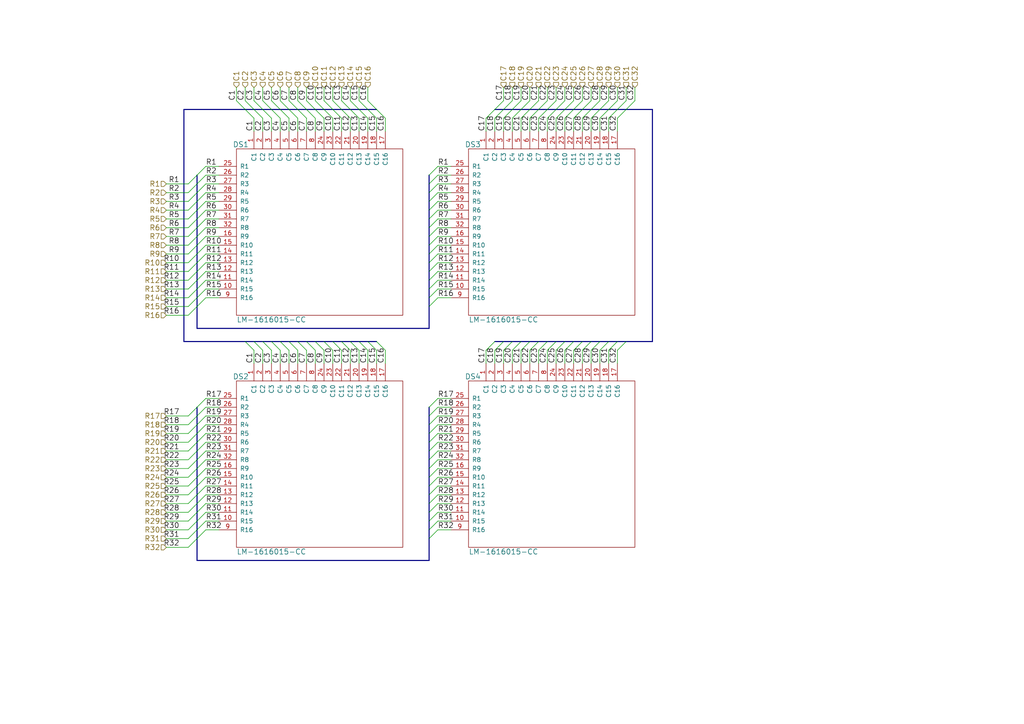
<source format=kicad_sch>
(kicad_sch (version 20211123) (generator eeschema)

  (uuid 3465e2b2-c4c9-4c3b-96e1-826f86c1519e)

  (paper "A4")

  (title_block
    (title "Wooden clock - display board -display")
    (date "2018-10-21")
    (rev "1.0.0")
    (company "Paweł Warzecha")
  )

  (lib_symbols
    (symbol "DIODE:LM-1616015-CC" (pin_names (offset 1.016)) (in_bom yes) (on_board yes)
      (property "Reference" "DS" (id 0) (at -22.86 25.4 0)
        (effects (font (size 1.524 1.524)))
      )
      (property "Value" "LM-1616015-CC" (id 1) (at -13.97 -25.4 0)
        (effects (font (size 1.524 1.524)))
      )
      (property "Footprint" "" (id 2) (at 0 0 0)
        (effects (font (size 1.524 1.524)) hide)
      )
      (property "Datasheet" "" (id 3) (at 0 0 0)
        (effects (font (size 1.524 1.524)) hide)
      )
      (symbol "LM-1616015-CC_0_1"
        (rectangle (start -24.13 24.13) (end 24.13 -24.13)
          (stroke (width 0) (type default) (color 0 0 0 0))
          (fill (type none))
        )
      )
      (symbol "LM-1616015-CC_1_1"
        (pin input line (at -19.05 29.21 270) (length 5.08)
          (name "C1" (effects (font (size 1.27 1.27))))
          (number "1" (effects (font (size 1.27 1.27))))
        )
        (pin input line (at -29.21 -16.51 0) (length 5.08)
          (name "R15" (effects (font (size 1.27 1.27))))
          (number "10" (effects (font (size 1.27 1.27))))
        )
        (pin input line (at -29.21 -13.97 0) (length 5.08)
          (name "R14" (effects (font (size 1.27 1.27))))
          (number "11" (effects (font (size 1.27 1.27))))
        )
        (pin input line (at -29.21 -11.43 0) (length 5.08)
          (name "R13" (effects (font (size 1.27 1.27))))
          (number "12" (effects (font (size 1.27 1.27))))
        )
        (pin input line (at -29.21 -8.89 0) (length 5.08)
          (name "R12" (effects (font (size 1.27 1.27))))
          (number "13" (effects (font (size 1.27 1.27))))
        )
        (pin input line (at -29.21 -6.35 0) (length 5.08)
          (name "R11" (effects (font (size 1.27 1.27))))
          (number "14" (effects (font (size 1.27 1.27))))
        )
        (pin input line (at -29.21 -3.81 0) (length 5.08)
          (name "R10" (effects (font (size 1.27 1.27))))
          (number "15" (effects (font (size 1.27 1.27))))
        )
        (pin input line (at -29.21 -1.27 0) (length 5.08)
          (name "R9" (effects (font (size 1.27 1.27))))
          (number "16" (effects (font (size 1.27 1.27))))
        )
        (pin input line (at 19.05 29.21 270) (length 5.08)
          (name "C16" (effects (font (size 1.27 1.27))))
          (number "17" (effects (font (size 1.27 1.27))))
        )
        (pin input line (at 16.51 29.21 270) (length 5.08)
          (name "C15" (effects (font (size 1.27 1.27))))
          (number "18" (effects (font (size 1.27 1.27))))
        )
        (pin input line (at 13.97 29.21 270) (length 5.08)
          (name "C14" (effects (font (size 1.27 1.27))))
          (number "19" (effects (font (size 1.27 1.27))))
        )
        (pin input line (at -16.51 29.21 270) (length 5.08)
          (name "C2" (effects (font (size 1.27 1.27))))
          (number "2" (effects (font (size 1.27 1.27))))
        )
        (pin input line (at 11.43 29.21 270) (length 5.08)
          (name "C13" (effects (font (size 1.27 1.27))))
          (number "20" (effects (font (size 1.27 1.27))))
        )
        (pin input line (at 8.89 29.21 270) (length 5.08)
          (name "C12" (effects (font (size 1.27 1.27))))
          (number "21" (effects (font (size 1.27 1.27))))
        )
        (pin input line (at 6.35 29.21 270) (length 5.08)
          (name "C11" (effects (font (size 1.27 1.27))))
          (number "22" (effects (font (size 1.27 1.27))))
        )
        (pin input line (at 3.81 29.21 270) (length 5.08)
          (name "C10" (effects (font (size 1.27 1.27))))
          (number "23" (effects (font (size 1.27 1.27))))
        )
        (pin input line (at 1.27 29.21 270) (length 5.08)
          (name "C9" (effects (font (size 1.27 1.27))))
          (number "24" (effects (font (size 1.27 1.27))))
        )
        (pin input line (at -29.21 19.05 0) (length 5.08)
          (name "R1" (effects (font (size 1.27 1.27))))
          (number "25" (effects (font (size 1.27 1.27))))
        )
        (pin input line (at -29.21 16.51 0) (length 5.08)
          (name "R2" (effects (font (size 1.27 1.27))))
          (number "26" (effects (font (size 1.27 1.27))))
        )
        (pin input line (at -29.21 13.97 0) (length 5.08)
          (name "R3" (effects (font (size 1.27 1.27))))
          (number "27" (effects (font (size 1.27 1.27))))
        )
        (pin input line (at -29.21 11.43 0) (length 5.08)
          (name "R4" (effects (font (size 1.27 1.27))))
          (number "28" (effects (font (size 1.27 1.27))))
        )
        (pin input line (at -29.21 8.89 0) (length 5.08)
          (name "R5" (effects (font (size 1.27 1.27))))
          (number "29" (effects (font (size 1.27 1.27))))
        )
        (pin input line (at -13.97 29.21 270) (length 5.08)
          (name "C3" (effects (font (size 1.27 1.27))))
          (number "3" (effects (font (size 1.27 1.27))))
        )
        (pin input line (at -29.21 6.35 0) (length 5.08)
          (name "R6" (effects (font (size 1.27 1.27))))
          (number "30" (effects (font (size 1.27 1.27))))
        )
        (pin input line (at -29.21 3.81 0) (length 5.08)
          (name "R7" (effects (font (size 1.27 1.27))))
          (number "31" (effects (font (size 1.27 1.27))))
        )
        (pin input line (at -29.21 1.27 0) (length 5.08)
          (name "R8" (effects (font (size 1.27 1.27))))
          (number "32" (effects (font (size 1.27 1.27))))
        )
        (pin input line (at -11.43 29.21 270) (length 5.08)
          (name "C4" (effects (font (size 1.27 1.27))))
          (number "4" (effects (font (size 1.27 1.27))))
        )
        (pin input line (at -8.89 29.21 270) (length 5.08)
          (name "C5" (effects (font (size 1.27 1.27))))
          (number "5" (effects (font (size 1.27 1.27))))
        )
        (pin input line (at -6.35 29.21 270) (length 5.08)
          (name "C6" (effects (font (size 1.27 1.27))))
          (number "6" (effects (font (size 1.27 1.27))))
        )
        (pin input line (at -3.81 29.21 270) (length 5.08)
          (name "C7" (effects (font (size 1.27 1.27))))
          (number "7" (effects (font (size 1.27 1.27))))
        )
        (pin input line (at -1.27 29.21 270) (length 5.08)
          (name "C8" (effects (font (size 1.27 1.27))))
          (number "8" (effects (font (size 1.27 1.27))))
        )
        (pin input line (at -29.21 -19.05 0) (length 5.08)
          (name "R16" (effects (font (size 1.27 1.27))))
          (number "9" (effects (font (size 1.27 1.27))))
        )
      )
    )
  )


  (bus_entry (at 57.15 55.88) (size 2.54 -2.54)
    (stroke (width 0) (type default) (color 0 0 0 0))
    (uuid 008f9b45-e19b-4d5a-8392-93e2cd5e497b)
  )
  (bus_entry (at 54.61 143.51) (size 2.54 -2.54)
    (stroke (width 0) (type default) (color 0 0 0 0))
    (uuid 009bb4c6-94eb-497c-b764-8ad4fc4ea038)
  )
  (bus_entry (at 54.61 78.74) (size 2.54 -2.54)
    (stroke (width 0) (type default) (color 0 0 0 0))
    (uuid 01f61a39-97bb-4cf2-9ba7-1b830650dbc5)
  )
  (bus_entry (at 88.9 99.06) (size 2.54 2.54)
    (stroke (width 0) (type default) (color 0 0 0 0))
    (uuid 03e70e4b-1548-41b7-9b62-10206de61745)
  )
  (bus_entry (at 99.06 99.06) (size 2.54 2.54)
    (stroke (width 0) (type default) (color 0 0 0 0))
    (uuid 06f3faff-d5b6-459d-8604-a5ef17d25ffc)
  )
  (bus_entry (at 57.15 50.8) (size 2.54 -2.54)
    (stroke (width 0) (type default) (color 0 0 0 0))
    (uuid 074eaed8-9e21-4d36-8127-5c543155afe4)
  )
  (bus_entry (at 109.22 31.75) (size 2.54 2.54)
    (stroke (width 0) (type default) (color 0 0 0 0))
    (uuid 079e8bf1-5d23-4403-a9fb-ec635bcb0da4)
  )
  (bus_entry (at 104.14 29.21) (size 2.54 2.54)
    (stroke (width 0) (type default) (color 0 0 0 0))
    (uuid 07ba6d6f-efcd-42c3-863c-97c19e9e74f4)
  )
  (bus_entry (at 57.15 118.11) (size 2.54 -2.54)
    (stroke (width 0) (type default) (color 0 0 0 0))
    (uuid 07d7d526-abde-4761-8cb8-acca38dd3a92)
  )
  (bus_entry (at 124.46 88.9) (size 2.54 -2.54)
    (stroke (width 0) (type default) (color 0 0 0 0))
    (uuid 0903966a-d5c5-4184-a0b7-ed49a408577d)
  )
  (bus_entry (at 54.61 58.42) (size 2.54 -2.54)
    (stroke (width 0) (type default) (color 0 0 0 0))
    (uuid 0a911903-f1cf-4eb5-97d4-433b9ec477c4)
  )
  (bus_entry (at 73.66 29.21) (size 2.54 2.54)
    (stroke (width 0) (type default) (color 0 0 0 0))
    (uuid 0e63b581-32a6-478e-81fb-43fa7df69fff)
  )
  (bus_entry (at 171.45 101.6) (size 2.54 -2.54)
    (stroke (width 0) (type default) (color 0 0 0 0))
    (uuid 0f8073de-2cea-4fc9-a7d2-007dfd1d75bd)
  )
  (bus_entry (at 124.46 50.8) (size 2.54 -2.54)
    (stroke (width 0) (type default) (color 0 0 0 0))
    (uuid 119a5023-beb6-47ec-88fc-5a83524572c8)
  )
  (bus_entry (at 81.28 29.21) (size 2.54 2.54)
    (stroke (width 0) (type default) (color 0 0 0 0))
    (uuid 14cc8e44-60a8-4b95-8d22-7efae3e09d59)
  )
  (bus_entry (at 124.46 140.97) (size 2.54 -2.54)
    (stroke (width 0) (type default) (color 0 0 0 0))
    (uuid 17324b25-a76c-40e3-bb70-0ec40b17545b)
  )
  (bus_entry (at 71.12 31.75) (size 2.54 2.54)
    (stroke (width 0) (type default) (color 0 0 0 0))
    (uuid 1732cc0f-620d-4286-803d-f851ed6c3655)
  )
  (bus_entry (at 86.36 99.06) (size 2.54 2.54)
    (stroke (width 0) (type default) (color 0 0 0 0))
    (uuid 188d6297-2425-4f64-a973-a147c09c389f)
  )
  (bus_entry (at 124.46 128.27) (size 2.54 -2.54)
    (stroke (width 0) (type default) (color 0 0 0 0))
    (uuid 19d8affc-0b70-403c-b68e-c66702633823)
  )
  (bus_entry (at 54.61 66.04) (size 2.54 -2.54)
    (stroke (width 0) (type default) (color 0 0 0 0))
    (uuid 1a91614f-395b-4577-9abd-37bb7d0fafb6)
  )
  (bus_entry (at 163.83 34.29) (size 2.54 -2.54)
    (stroke (width 0) (type default) (color 0 0 0 0))
    (uuid 1bbc0381-618b-41ad-ba6e-2a13e270befd)
  )
  (bus_entry (at 109.22 99.06) (size 2.54 2.54)
    (stroke (width 0) (type default) (color 0 0 0 0))
    (uuid 1cd6ead0-9da2-4f25-9c94-c3aea337f7da)
  )
  (bus_entry (at 148.59 101.6) (size 2.54 -2.54)
    (stroke (width 0) (type default) (color 0 0 0 0))
    (uuid 1d28e844-c9af-4e6c-ba2e-516251e84b66)
  )
  (bus_entry (at 57.15 148.59) (size 2.54 -2.54)
    (stroke (width 0) (type default) (color 0 0 0 0))
    (uuid 1ee17b0e-e6fe-456a-a60d-bac69b8b5ff1)
  )
  (bus_entry (at 99.06 31.75) (size 2.54 2.54)
    (stroke (width 0) (type default) (color 0 0 0 0))
    (uuid 1f9d2612-8116-417e-b538-9ca265956b34)
  )
  (bus_entry (at 124.46 60.96) (size 2.54 -2.54)
    (stroke (width 0) (type default) (color 0 0 0 0))
    (uuid 202ea043-1645-49a7-a560-b508ac05add1)
  )
  (bus_entry (at 124.46 148.59) (size 2.54 -2.54)
    (stroke (width 0) (type default) (color 0 0 0 0))
    (uuid 2044ea7e-38c3-4f7c-955c-459da0068b75)
  )
  (bus_entry (at 54.61 130.81) (size 2.54 -2.54)
    (stroke (width 0) (type default) (color 0 0 0 0))
    (uuid 20aa34f3-e22d-48a8-b1d2-048d8d37fdbf)
  )
  (bus_entry (at 57.15 73.66) (size 2.54 -2.54)
    (stroke (width 0) (type default) (color 0 0 0 0))
    (uuid 228085c1-c777-45e2-84d2-a2d5aee0eb51)
  )
  (bus_entry (at 101.6 31.75) (size 2.54 2.54)
    (stroke (width 0) (type default) (color 0 0 0 0))
    (uuid 22920d75-c831-4750-8ddb-3c76cfc4b106)
  )
  (bus_entry (at 124.46 83.82) (size 2.54 -2.54)
    (stroke (width 0) (type default) (color 0 0 0 0))
    (uuid 22997676-95df-4b92-ae4e-5a74e8b14189)
  )
  (bus_entry (at 54.61 88.9) (size 2.54 -2.54)
    (stroke (width 0) (type default) (color 0 0 0 0))
    (uuid 24e7530c-a308-4185-bc5e-0c4886a5ae67)
  )
  (bus_entry (at 76.2 31.75) (size 2.54 2.54)
    (stroke (width 0) (type default) (color 0 0 0 0))
    (uuid 26437cdd-bf4a-4129-bb98-05ceaf43f52e)
  )
  (bus_entry (at 101.6 29.21) (size 2.54 2.54)
    (stroke (width 0) (type default) (color 0 0 0 0))
    (uuid 269b3d98-0ed3-441c-8a93-d65dc4b589ed)
  )
  (bus_entry (at 146.05 101.6) (size 2.54 -2.54)
    (stroke (width 0) (type default) (color 0 0 0 0))
    (uuid 27a5369f-0f58-4b1a-972b-32abb53d9472)
  )
  (bus_entry (at 99.06 29.21) (size 2.54 2.54)
    (stroke (width 0) (type default) (color 0 0 0 0))
    (uuid 29ae6be3-9775-4a14-ace3-61364a399ea2)
  )
  (bus_entry (at 163.83 31.75) (size 2.54 -2.54)
    (stroke (width 0) (type default) (color 0 0 0 0))
    (uuid 2bcff6aa-f539-4914-9968-0a671885639c)
  )
  (bus_entry (at 168.91 31.75) (size 2.54 -2.54)
    (stroke (width 0) (type default) (color 0 0 0 0))
    (uuid 2bf6efae-3fa7-4cf6-a348-e2aff3b7585f)
  )
  (bus_entry (at 124.46 120.65) (size 2.54 -2.54)
    (stroke (width 0) (type default) (color 0 0 0 0))
    (uuid 2c2d1051-c0ae-4438-9e69-01add66861c7)
  )
  (bus_entry (at 146.05 34.29) (size 2.54 -2.54)
    (stroke (width 0) (type default) (color 0 0 0 0))
    (uuid 2f79a45f-7a1b-4406-b744-e71620e8627f)
  )
  (bus_entry (at 88.9 31.75) (size 2.54 2.54)
    (stroke (width 0) (type default) (color 0 0 0 0))
    (uuid 2f85c015-e3aa-45fe-96ec-a52e1316263d)
  )
  (bus_entry (at 54.61 86.36) (size 2.54 -2.54)
    (stroke (width 0) (type default) (color 0 0 0 0))
    (uuid 3046258d-9ed2-4c0e-84a4-30fb3b336790)
  )
  (bus_entry (at 153.67 31.75) (size 2.54 -2.54)
    (stroke (width 0) (type default) (color 0 0 0 0))
    (uuid 30874395-4485-44b3-923c-1e4c3eeecaa0)
  )
  (bus_entry (at 140.97 34.29) (size 2.54 -2.54)
    (stroke (width 0) (type default) (color 0 0 0 0))
    (uuid 32206338-38b1-4aa6-b936-7883590d1e9d)
  )
  (bus_entry (at 143.51 34.29) (size 2.54 -2.54)
    (stroke (width 0) (type default) (color 0 0 0 0))
    (uuid 3395fd9f-af70-4fd7-97e5-3ac46b024626)
  )
  (bus_entry (at 57.15 60.96) (size 2.54 -2.54)
    (stroke (width 0) (type default) (color 0 0 0 0))
    (uuid 34cfdd62-d61b-4bd5-b93a-852bd10d1082)
  )
  (bus_entry (at 124.46 86.36) (size 2.54 -2.54)
    (stroke (width 0) (type default) (color 0 0 0 0))
    (uuid 35899176-845a-42e8-b016-7c0e89f8f2ff)
  )
  (bus_entry (at 140.97 101.6) (size 2.54 -2.54)
    (stroke (width 0) (type default) (color 0 0 0 0))
    (uuid 389e662c-6403-471c-b7c1-34f6e67ec013)
  )
  (bus_entry (at 86.36 31.75) (size 2.54 2.54)
    (stroke (width 0) (type default) (color 0 0 0 0))
    (uuid 3b215ddd-eaab-40bb-805f-7125d1e1a2f9)
  )
  (bus_entry (at 57.15 128.27) (size 2.54 -2.54)
    (stroke (width 0) (type default) (color 0 0 0 0))
    (uuid 3bd2ce37-c009-4d6e-912b-4fcf54f6b8ce)
  )
  (bus_entry (at 173.99 34.29) (size 2.54 -2.54)
    (stroke (width 0) (type default) (color 0 0 0 0))
    (uuid 3cbc7267-52b4-414b-98de-c140927b62ab)
  )
  (bus_entry (at 57.15 135.89) (size 2.54 -2.54)
    (stroke (width 0) (type default) (color 0 0 0 0))
    (uuid 3cfa317d-bcdb-4ec7-b011-765ddcdf41af)
  )
  (bus_entry (at 91.44 29.21) (size 2.54 2.54)
    (stroke (width 0) (type default) (color 0 0 0 0))
    (uuid 3d3fc3f7-b866-4026-930c-58c6d62187e3)
  )
  (bus_entry (at 57.15 125.73) (size 2.54 -2.54)
    (stroke (width 0) (type default) (color 0 0 0 0))
    (uuid 3d96a8c9-35a4-49ce-a270-2c06d376dc32)
  )
  (bus_entry (at 173.99 31.75) (size 2.54 -2.54)
    (stroke (width 0) (type default) (color 0 0 0 0))
    (uuid 3db00960-d10f-4bb7-a278-7f1b6aeb53e3)
  )
  (bus_entry (at 176.53 101.6) (size 2.54 -2.54)
    (stroke (width 0) (type default) (color 0 0 0 0))
    (uuid 3e520580-db5b-4c1a-b814-a5c3a637c3aa)
  )
  (bus_entry (at 54.61 63.5) (size 2.54 -2.54)
    (stroke (width 0) (type default) (color 0 0 0 0))
    (uuid 3f4690a3-32f4-4c6e-b25c-6446ea09a2b9)
  )
  (bus_entry (at 57.15 140.97) (size 2.54 -2.54)
    (stroke (width 0) (type default) (color 0 0 0 0))
    (uuid 3f52ec99-12ba-4f15-8c14-b5b7431ba7f2)
  )
  (bus_entry (at 161.29 34.29) (size 2.54 -2.54)
    (stroke (width 0) (type default) (color 0 0 0 0))
    (uuid 3f6fe5c0-7adc-448c-8ddb-dd8d113fe72a)
  )
  (bus_entry (at 81.28 99.06) (size 2.54 2.54)
    (stroke (width 0) (type default) (color 0 0 0 0))
    (uuid 4130ea8c-d24f-4b07-8a78-9aff562a998d)
  )
  (bus_entry (at 124.46 76.2) (size 2.54 -2.54)
    (stroke (width 0) (type default) (color 0 0 0 0))
    (uuid 4173c069-8bac-41b8-8b0d-906a9fb94da2)
  )
  (bus_entry (at 124.46 130.81) (size 2.54 -2.54)
    (stroke (width 0) (type default) (color 0 0 0 0))
    (uuid 41fea42e-0e82-4fc9-af8f-c602c3a593e7)
  )
  (bus_entry (at 54.61 146.05) (size 2.54 -2.54)
    (stroke (width 0) (type default) (color 0 0 0 0))
    (uuid 43697068-efb6-4830-921b-191ada6c6369)
  )
  (bus_entry (at 54.61 135.89) (size 2.54 -2.54)
    (stroke (width 0) (type default) (color 0 0 0 0))
    (uuid 439e5668-9d3d-45d4-a23d-3e4915a6442c)
  )
  (bus_entry (at 124.46 143.51) (size 2.54 -2.54)
    (stroke (width 0) (type default) (color 0 0 0 0))
    (uuid 47afd9d4-7a98-4f25-9a1b-7de70f969bf4)
  )
  (bus_entry (at 81.28 31.75) (size 2.54 2.54)
    (stroke (width 0) (type default) (color 0 0 0 0))
    (uuid 486506ee-b463-4de5-8b7c-edfc11798de8)
  )
  (bus_entry (at 124.46 135.89) (size 2.54 -2.54)
    (stroke (width 0) (type default) (color 0 0 0 0))
    (uuid 4a23e153-259b-4361-80b7-13b467d28664)
  )
  (bus_entry (at 57.15 120.65) (size 2.54 -2.54)
    (stroke (width 0) (type default) (color 0 0 0 0))
    (uuid 4afedfdc-c3f4-4078-bba7-f5c3de035bfe)
  )
  (bus_entry (at 78.74 99.06) (size 2.54 2.54)
    (stroke (width 0) (type default) (color 0 0 0 0))
    (uuid 4b0c0dfd-b19e-42e9-b00f-30dbe9ade8cb)
  )
  (bus_entry (at 158.75 34.29) (size 2.54 -2.54)
    (stroke (width 0) (type default) (color 0 0 0 0))
    (uuid 4c091814-0455-43ab-8b11-6c5fbc632846)
  )
  (bus_entry (at 124.46 123.19) (size 2.54 -2.54)
    (stroke (width 0) (type default) (color 0 0 0 0))
    (uuid 4e62c8d0-2786-4ac9-b6e5-759ff38bc1b8)
  )
  (bus_entry (at 57.15 63.5) (size 2.54 -2.54)
    (stroke (width 0) (type default) (color 0 0 0 0))
    (uuid 4e97701c-8464-4ad3-84e2-93ca6d497eb5)
  )
  (bus_entry (at 57.15 78.74) (size 2.54 -2.54)
    (stroke (width 0) (type default) (color 0 0 0 0))
    (uuid 5316809f-ea23-43f7-a10f-be7a339995da)
  )
  (bus_entry (at 151.13 31.75) (size 2.54 -2.54)
    (stroke (width 0) (type default) (color 0 0 0 0))
    (uuid 535f0a4d-7536-4980-9ade-657808f9655f)
  )
  (bus_entry (at 68.58 29.21) (size 2.54 2.54)
    (stroke (width 0) (type default) (color 0 0 0 0))
    (uuid 53fa4616-fb56-4191-98e6-785e963d0a29)
  )
  (bus_entry (at 171.45 31.75) (size 2.54 -2.54)
    (stroke (width 0) (type default) (color 0 0 0 0))
    (uuid 542218d9-2236-4bf0-b139-da2e27ebe316)
  )
  (bus_entry (at 124.46 153.67) (size 2.54 -2.54)
    (stroke (width 0) (type default) (color 0 0 0 0))
    (uuid 548fd860-151f-42a5-838a-0c127ddf080d)
  )
  (bus_entry (at 57.15 123.19) (size 2.54 -2.54)
    (stroke (width 0) (type default) (color 0 0 0 0))
    (uuid 5525c074-d9db-4578-86e8-7a5a01bdda6a)
  )
  (bus_entry (at 83.82 29.21) (size 2.54 2.54)
    (stroke (width 0) (type default) (color 0 0 0 0))
    (uuid 55b69bd5-db56-4c7b-b0eb-4b78cae7be7f)
  )
  (bus_entry (at 54.61 153.67) (size 2.54 -2.54)
    (stroke (width 0) (type default) (color 0 0 0 0))
    (uuid 56c9caa2-c853-4d89-8be3-5c5d4aba1003)
  )
  (bus_entry (at 57.15 86.36) (size 2.54 -2.54)
    (stroke (width 0) (type default) (color 0 0 0 0))
    (uuid 57338693-f322-45d6-a163-c9ad722a7f84)
  )
  (bus_entry (at 124.46 73.66) (size 2.54 -2.54)
    (stroke (width 0) (type default) (color 0 0 0 0))
    (uuid 593031fe-0131-42c2-b12d-6c2739e1173d)
  )
  (bus_entry (at 76.2 99.06) (size 2.54 2.54)
    (stroke (width 0) (type default) (color 0 0 0 0))
    (uuid 5b18a244-f739-4bef-9ee6-32b1791ca7e0)
  )
  (bus_entry (at 76.2 29.21) (size 2.54 2.54)
    (stroke (width 0) (type default) (color 0 0 0 0))
    (uuid 5bee0da6-6780-4af9-9f79-f7611ee03d8d)
  )
  (bus_entry (at 124.46 55.88) (size 2.54 -2.54)
    (stroke (width 0) (type default) (color 0 0 0 0))
    (uuid 5debd34b-6b8f-4a48-84a7-822517863bf9)
  )
  (bus_entry (at 161.29 31.75) (size 2.54 -2.54)
    (stroke (width 0) (type default) (color 0 0 0 0))
    (uuid 5fb009a1-8cd2-4cb2-bc5b-7fbbc1209057)
  )
  (bus_entry (at 124.46 78.74) (size 2.54 -2.54)
    (stroke (width 0) (type default) (color 0 0 0 0))
    (uuid 630ddb98-3e20-4f43-b95a-60936dde1ca8)
  )
  (bus_entry (at 54.61 76.2) (size 2.54 -2.54)
    (stroke (width 0) (type default) (color 0 0 0 0))
    (uuid 63907afd-cc4d-4286-b5ef-d559a692408f)
  )
  (bus_entry (at 143.51 101.6) (size 2.54 -2.54)
    (stroke (width 0) (type default) (color 0 0 0 0))
    (uuid 65293fe6-1d50-4d3d-9e8e-250f35b10f66)
  )
  (bus_entry (at 71.12 99.06) (size 2.54 2.54)
    (stroke (width 0) (type default) (color 0 0 0 0))
    (uuid 6c679a6e-015f-41ab-a0d0-9c7e3a1cd30b)
  )
  (bus_entry (at 148.59 31.75) (size 2.54 -2.54)
    (stroke (width 0) (type default) (color 0 0 0 0))
    (uuid 6d5178aa-2a7c-4fea-8d26-d5d52cf17e79)
  )
  (bus_entry (at 179.07 31.75) (size 2.54 -2.54)
    (stroke (width 0) (type default) (color 0 0 0 0))
    (uuid 70c207ae-02c3-4658-ba1d-4b9c6f094170)
  )
  (bus_entry (at 171.45 34.29) (size 2.54 -2.54)
    (stroke (width 0) (type default) (color 0 0 0 0))
    (uuid 714201de-8c62-4c8c-9a42-c3c359e036cf)
  )
  (bus_entry (at 57.15 143.51) (size 2.54 -2.54)
    (stroke (width 0) (type default) (color 0 0 0 0))
    (uuid 71644121-4584-424d-b029-6bc9653ab8b7)
  )
  (bus_entry (at 54.61 68.58) (size 2.54 -2.54)
    (stroke (width 0) (type default) (color 0 0 0 0))
    (uuid 71a3382f-e8c4-45d5-8d42-3122a5670cea)
  )
  (bus_entry (at 106.68 99.06) (size 2.54 2.54)
    (stroke (width 0) (type default) (color 0 0 0 0))
    (uuid 742d7d38-eb76-4bc2-a09d-27e6837e0e5b)
  )
  (bus_entry (at 124.46 66.04) (size 2.54 -2.54)
    (stroke (width 0) (type default) (color 0 0 0 0))
    (uuid 7493241e-d743-47b0-868c-ea19d1fbf858)
  )
  (bus_entry (at 88.9 29.21) (size 2.54 2.54)
    (stroke (width 0) (type default) (color 0 0 0 0))
    (uuid 7698033e-3bc9-4f6e-ad5f-8f0f549aa277)
  )
  (bus_entry (at 57.15 133.35) (size 2.54 -2.54)
    (stroke (width 0) (type default) (color 0 0 0 0))
    (uuid 76ac0dd7-39b8-433f-89d2-fd950afada66)
  )
  (bus_entry (at 158.75 101.6) (size 2.54 -2.54)
    (stroke (width 0) (type default) (color 0 0 0 0))
    (uuid 7798551e-d919-4bfa-a889-655e07e39552)
  )
  (bus_entry (at 93.98 31.75) (size 2.54 2.54)
    (stroke (width 0) (type default) (color 0 0 0 0))
    (uuid 7a013791-f751-462a-a268-ec7bf05bd03b)
  )
  (bus_entry (at 179.07 34.29) (size 2.54 -2.54)
    (stroke (width 0) (type default) (color 0 0 0 0))
    (uuid 7a78d3ac-ff9f-4c99-8bec-b9fec79f4d4e)
  )
  (bus_entry (at 96.52 99.06) (size 2.54 2.54)
    (stroke (width 0) (type default) (color 0 0 0 0))
    (uuid 7a8a67d0-9aab-4c50-ad65-d15196238930)
  )
  (bus_entry (at 148.59 34.29) (size 2.54 -2.54)
    (stroke (width 0) (type default) (color 0 0 0 0))
    (uuid 7aab53f2-5d61-4501-b4dc-2c62eab5af46)
  )
  (bus_entry (at 54.61 133.35) (size 2.54 -2.54)
    (stroke (width 0) (type default) (color 0 0 0 0))
    (uuid 7d2a72bd-b990-4b0c-a668-720964b55fa8)
  )
  (bus_entry (at 57.15 68.58) (size 2.54 -2.54)
    (stroke (width 0) (type default) (color 0 0 0 0))
    (uuid 7e39abaf-1615-4e31-8ff9-e3e76350718d)
  )
  (bus_entry (at 54.61 158.75) (size 2.54 -2.54)
    (stroke (width 0) (type default) (color 0 0 0 0))
    (uuid 8282941e-6b1a-4fa9-b27c-ecf06c94493a)
  )
  (bus_entry (at 54.61 81.28) (size 2.54 -2.54)
    (stroke (width 0) (type default) (color 0 0 0 0))
    (uuid 84151b9e-bfcf-4568-b224-5f7c20a6e218)
  )
  (bus_entry (at 57.15 138.43) (size 2.54 -2.54)
    (stroke (width 0) (type default) (color 0 0 0 0))
    (uuid 85347c84-2e5b-4391-b888-86c1f38a7467)
  )
  (bus_entry (at 54.61 55.88) (size 2.54 -2.54)
    (stroke (width 0) (type default) (color 0 0 0 0))
    (uuid 85ca0521-b108-48a5-9715-554b8d3c2d46)
  )
  (bus_entry (at 168.91 101.6) (size 2.54 -2.54)
    (stroke (width 0) (type default) (color 0 0 0 0))
    (uuid 85cc9cf3-f480-4ab7-b753-11501f56120b)
  )
  (bus_entry (at 78.74 29.21) (size 2.54 2.54)
    (stroke (width 0) (type default) (color 0 0 0 0))
    (uuid 866d53d0-f5dc-45d8-ae43-98d503bdd030)
  )
  (bus_entry (at 57.15 66.04) (size 2.54 -2.54)
    (stroke (width 0) (type default) (color 0 0 0 0))
    (uuid 8727ed88-5f77-48b1-ab4b-aa2cbe3b6d58)
  )
  (bus_entry (at 78.74 31.75) (size 2.54 2.54)
    (stroke (width 0) (type default) (color 0 0 0 0))
    (uuid 87f0672b-2ce7-41e7-9d78-7a04419fe762)
  )
  (bus_entry (at 124.46 68.58) (size 2.54 -2.54)
    (stroke (width 0) (type default) (color 0 0 0 0))
    (uuid 8afe0583-527c-4cac-89af-1a1aee62627d)
  )
  (bus_entry (at 124.46 71.12) (size 2.54 -2.54)
    (stroke (width 0) (type default) (color 0 0 0 0))
    (uuid 8c847316-23c6-4950-a33a-6521797852da)
  )
  (bus_entry (at 124.46 133.35) (size 2.54 -2.54)
    (stroke (width 0) (type default) (color 0 0 0 0))
    (uuid 8e2babce-a387-4280-85fa-661fb043f690)
  )
  (bus_entry (at 168.91 34.29) (size 2.54 -2.54)
    (stroke (width 0) (type default) (color 0 0 0 0))
    (uuid 9026c246-db68-4fff-a80d-e9f065882396)
  )
  (bus_entry (at 54.61 71.12) (size 2.54 -2.54)
    (stroke (width 0) (type default) (color 0 0 0 0))
    (uuid 92c49d7c-26e6-49db-90a6-ba3e9484d89f)
  )
  (bus_entry (at 104.14 31.75) (size 2.54 2.54)
    (stroke (width 0) (type default) (color 0 0 0 0))
    (uuid 9366221a-a2fd-427b-b053-eeea0989ee57)
  )
  (bus_entry (at 54.61 128.27) (size 2.54 -2.54)
    (stroke (width 0) (type default) (color 0 0 0 0))
    (uuid 94a3e745-6b30-41a8-9470-bfebc9a2d9b3)
  )
  (bus_entry (at 179.07 101.6) (size 2.54 -2.54)
    (stroke (width 0) (type default) (color 0 0 0 0))
    (uuid 99756532-8fe1-40f6-8f82-5a8a09b2b6b6)
  )
  (bus_entry (at 73.66 31.75) (size 2.54 2.54)
    (stroke (width 0) (type default) (color 0 0 0 0))
    (uuid 9d77d7d5-4b74-4d30-9172-68103fcdba84)
  )
  (bus_entry (at 57.15 83.82) (size 2.54 -2.54)
    (stroke (width 0) (type default) (color 0 0 0 0))
    (uuid 9d92ece4-cd4c-462e-bbfc-8c43a3d2f517)
  )
  (bus_entry (at 83.82 99.06) (size 2.54 2.54)
    (stroke (width 0) (type default) (color 0 0 0 0))
    (uuid a13fa0a7-842b-403d-bd60-17e09349649b)
  )
  (bus_entry (at 124.46 58.42) (size 2.54 -2.54)
    (stroke (width 0) (type default) (color 0 0 0 0))
    (uuid a1bdfb3c-7766-4d11-b851-0b2530f87e55)
  )
  (bus_entry (at 176.53 31.75) (size 2.54 -2.54)
    (stroke (width 0) (type default) (color 0 0 0 0))
    (uuid a211db1e-5e26-447f-b5bc-a1b4c3c8bb56)
  )
  (bus_entry (at 158.75 31.75) (size 2.54 -2.54)
    (stroke (width 0) (type default) (color 0 0 0 0))
    (uuid a2360a35-d640-41f8-be9c-5ea3bdef98a6)
  )
  (bus_entry (at 96.52 31.75) (size 2.54 2.54)
    (stroke (width 0) (type default) (color 0 0 0 0))
    (uuid a2f66d45-9d50-434a-a351-373ba8bbcef9)
  )
  (bus_entry (at 93.98 29.21) (size 2.54 2.54)
    (stroke (width 0) (type default) (color 0 0 0 0))
    (uuid a3120848-6229-4a8e-8660-6457da299acc)
  )
  (bus_entry (at 57.15 71.12) (size 2.54 -2.54)
    (stroke (width 0) (type default) (color 0 0 0 0))
    (uuid a7a72a8b-a65e-4571-9eaa-0f6eab32a4aa)
  )
  (bus_entry (at 166.37 31.75) (size 2.54 -2.54)
    (stroke (width 0) (type default) (color 0 0 0 0))
    (uuid a8802315-4eb1-41b0-b9f0-b868a171d22e)
  )
  (bus_entry (at 54.61 91.44) (size 2.54 -2.54)
    (stroke (width 0) (type default) (color 0 0 0 0))
    (uuid a8b3982e-8032-459b-ac64-067d25bcc377)
  )
  (bus_entry (at 151.13 34.29) (size 2.54 -2.54)
    (stroke (width 0) (type default) (color 0 0 0 0))
    (uuid a956d40f-b288-4d93-8dfe-0a3ee2b40dba)
  )
  (bus_entry (at 54.61 156.21) (size 2.54 -2.54)
    (stroke (width 0) (type default) (color 0 0 0 0))
    (uuid a9ec0dd9-c565-4444-a6e8-58cd9a5bde11)
  )
  (bus_entry (at 54.61 148.59) (size 2.54 -2.54)
    (stroke (width 0) (type default) (color 0 0 0 0))
    (uuid abef9d53-9344-400d-87d5-3fcc83b9c997)
  )
  (bus_entry (at 153.67 101.6) (size 2.54 -2.54)
    (stroke (width 0) (type default) (color 0 0 0 0))
    (uuid af65bc89-0e37-472b-bffd-b358c4da7529)
  )
  (bus_entry (at 93.98 99.06) (size 2.54 2.54)
    (stroke (width 0) (type default) (color 0 0 0 0))
    (uuid af9156a9-c332-48da-b4de-b84e739abd51)
  )
  (bus_entry (at 54.61 138.43) (size 2.54 -2.54)
    (stroke (width 0) (type default) (color 0 0 0 0))
    (uuid afc7cac0-fae1-4bb5-900f-5b6d41d6707c)
  )
  (bus_entry (at 54.61 73.66) (size 2.54 -2.54)
    (stroke (width 0) (type default) (color 0 0 0 0))
    (uuid b027a0f1-e66a-41f7-8835-241d9d475de0)
  )
  (bus_entry (at 124.46 81.28) (size 2.54 -2.54)
    (stroke (width 0) (type default) (color 0 0 0 0))
    (uuid b08ed8a0-2fe0-4bec-a286-5a5dedaee58d)
  )
  (bus_entry (at 54.61 140.97) (size 2.54 -2.54)
    (stroke (width 0) (type default) (color 0 0 0 0))
    (uuid b1f8342f-4de1-4cfe-abd7-6d509570f2ed)
  )
  (bus_entry (at 176.53 34.29) (size 2.54 -2.54)
    (stroke (width 0) (type default) (color 0 0 0 0))
    (uuid b3194e74-7c7a-4368-bcb0-8b0931415ac0)
  )
  (bus_entry (at 153.67 34.29) (size 2.54 -2.54)
    (stroke (width 0) (type default) (color 0 0 0 0))
    (uuid b39d844d-4012-4fb7-ac1f-532a6bea9722)
  )
  (bus_entry (at 156.21 34.29) (size 2.54 -2.54)
    (stroke (width 0) (type default) (color 0 0 0 0))
    (uuid b43c179b-b08a-4ff0-aa14-f5d3058de753)
  )
  (bus_entry (at 124.46 125.73) (size 2.54 -2.54)
    (stroke (width 0) (type default) (color 0 0 0 0))
    (uuid b4998463-ebf4-4735-84ca-e16e318263c1)
  )
  (bus_entry (at 161.29 101.6) (size 2.54 -2.54)
    (stroke (width 0) (type default) (color 0 0 0 0))
    (uuid b4ec24dc-1bc4-4eee-80f6-c34f97e163d4)
  )
  (bus_entry (at 54.61 60.96) (size 2.54 -2.54)
    (stroke (width 0) (type default) (color 0 0 0 0))
    (uuid b52de8ea-c4fd-4edc-91a0-808ec1b1bc38)
  )
  (bus_entry (at 124.46 151.13) (size 2.54 -2.54)
    (stroke (width 0) (type default) (color 0 0 0 0))
    (uuid b763bb64-40a6-4c2e-a137-3012e56026a3)
  )
  (bus_entry (at 143.51 31.75) (size 2.54 -2.54)
    (stroke (width 0) (type default) (color 0 0 0 0))
    (uuid b90b9ead-aee5-4039-bc09-4c06fbc25b38)
  )
  (bus_entry (at 54.61 151.13) (size 2.54 -2.54)
    (stroke (width 0) (type default) (color 0 0 0 0))
    (uuid c12aaf08-9c30-4f17-9c1f-29fbfb189723)
  )
  (bus_entry (at 83.82 31.75) (size 2.54 2.54)
    (stroke (width 0) (type default) (color 0 0 0 0))
    (uuid c273e900-411e-4fb4-9bf0-d5e1cb527caa)
  )
  (bus_entry (at 54.61 125.73) (size 2.54 -2.54)
    (stroke (width 0) (type default) (color 0 0 0 0))
    (uuid c589476f-840c-4c77-80de-6baa45cb8c8a)
  )
  (bus_entry (at 54.61 120.65) (size 2.54 -2.54)
    (stroke (width 0) (type default) (color 0 0 0 0))
    (uuid c6a57e62-daa6-43ff-8b85-2dcf7b5912e3)
  )
  (bus_entry (at 146.05 31.75) (size 2.54 -2.54)
    (stroke (width 0) (type default) (color 0 0 0 0))
    (uuid c722214e-7709-4ea4-bcad-7bf78a11e6bc)
  )
  (bus_entry (at 156.21 31.75) (size 2.54 -2.54)
    (stroke (width 0) (type default) (color 0 0 0 0))
    (uuid c9b36ffd-e99c-4ae3-9ccc-ec64dded9d02)
  )
  (bus_entry (at 124.46 138.43) (size 2.54 -2.54)
    (stroke (width 0) (type default) (color 0 0 0 0))
    (uuid cb8b280b-731b-4ea4-8bdb-9e2506c1d918)
  )
  (bus_entry (at 124.46 156.21) (size 2.54 -2.54)
    (stroke (width 0) (type default) (color 0 0 0 0))
    (uuid cc2ee2e3-8ad3-40fc-b967-9210822edc4d)
  )
  (bus_entry (at 57.15 151.13) (size 2.54 -2.54)
    (stroke (width 0) (type default) (color 0 0 0 0))
    (uuid cda5c2a4-afcc-4634-ab97-696ac94248cc)
  )
  (bus_entry (at 54.61 53.34) (size 2.54 -2.54)
    (stroke (width 0) (type default) (color 0 0 0 0))
    (uuid ce00746b-4287-47bb-b586-2ed60a2dc39d)
  )
  (bus_entry (at 166.37 101.6) (size 2.54 -2.54)
    (stroke (width 0) (type default) (color 0 0 0 0))
    (uuid d33269d8-34c5-4c62-b997-3fcd451619cb)
  )
  (bus_entry (at 104.14 99.06) (size 2.54 2.54)
    (stroke (width 0) (type default) (color 0 0 0 0))
    (uuid d37bc2fb-54a0-424f-8d96-2c119772d2ae)
  )
  (bus_entry (at 57.15 130.81) (size 2.54 -2.54)
    (stroke (width 0) (type default) (color 0 0 0 0))
    (uuid d932d2d7-2175-46ee-b965-cf53034ef7c1)
  )
  (bus_entry (at 73.66 99.06) (size 2.54 2.54)
    (stroke (width 0) (type default) (color 0 0 0 0))
    (uuid daed1142-b1b7-4fd1-987c-bd85751422c2)
  )
  (bus_entry (at 124.46 63.5) (size 2.54 -2.54)
    (stroke (width 0) (type default) (color 0 0 0 0))
    (uuid db57ebe8-acf7-4fdb-806d-bfc7e068262a)
  )
  (bus_entry (at 57.15 146.05) (size 2.54 -2.54)
    (stroke (width 0) (type default) (color 0 0 0 0))
    (uuid db6957b0-8864-4263-bbe7-8250697e8711)
  )
  (bus_entry (at 124.46 53.34) (size 2.54 -2.54)
    (stroke (width 0) (type default) (color 0 0 0 0))
    (uuid dd1345f8-7f4b-4f4f-a4a6-c3cda6899136)
  )
  (bus_entry (at 57.15 88.9) (size 2.54 -2.54)
    (stroke (width 0) (type default) (color 0 0 0 0))
    (uuid ddbf42f0-0b18-452a-a61d-7b70b0646024)
  )
  (bus_entry (at 91.44 31.75) (size 2.54 2.54)
    (stroke (width 0) (type default) (color 0 0 0 0))
    (uuid e195e1c6-7f16-4209-956c-3d3a9aac4810)
  )
  (bus_entry (at 163.83 101.6) (size 2.54 -2.54)
    (stroke (width 0) (type default) (color 0 0 0 0))
    (uuid e2309ca3-9ed8-4434-9c49-d105608e61c9)
  )
  (bus_entry (at 124.46 146.05) (size 2.54 -2.54)
    (stroke (width 0) (type default) (color 0 0 0 0))
    (uuid e28342d3-e951-4927-9e77-ef2d5aedbd45)
  )
  (bus_entry (at 57.15 81.28) (size 2.54 -2.54)
    (stroke (width 0) (type default) (color 0 0 0 0))
    (uuid e7865231-323f-4e49-9f60-ffa2553e50f7)
  )
  (bus_entry (at 91.44 99.06) (size 2.54 2.54)
    (stroke (width 0) (type default) (color 0 0 0 0))
    (uuid e8180b54-7d21-44d9-a2dd-86615a6ef218)
  )
  (bus_entry (at 71.12 29.21) (size 2.54 2.54)
    (stroke (width 0) (type default) (color 0 0 0 0))
    (uuid e9370348-1e81-4178-a4c9-3d90dc51ec01)
  )
  (bus_entry (at 57.15 58.42) (size 2.54 -2.54)
    (stroke (width 0) (type default) (color 0 0 0 0))
    (uuid e96c7c63-8a62-4032-9dfc-35c398150f18)
  )
  (bus_entry (at 96.52 29.21) (size 2.54 2.54)
    (stroke (width 0) (type default) (color 0 0 0 0))
    (uuid e9fea953-6660-4a7e-901c-2dd9523eb669)
  )
  (bus_entry (at 151.13 101.6) (size 2.54 -2.54)
    (stroke (width 0) (type default) (color 0 0 0 0))
    (uuid ead46844-57c5-4214-87e9-040e64688899)
  )
  (bus_entry (at 124.46 118.11) (size 2.54 -2.54)
    (stroke (width 0) (type default) (color 0 0 0 0))
    (uuid ed35092f-1023-4f04-99b6-3a1ed47b93e2)
  )
  (bus_entry (at 101.6 99.06) (size 2.54 2.54)
    (stroke (width 0) (type default) (color 0 0 0 0))
    (uuid f0bd4bfa-d6cb-4483-87d2-3a566f709a75)
  )
  (bus_entry (at 173.99 101.6) (size 2.54 -2.54)
    (stroke (width 0) (type default) (color 0 0 0 0))
    (uuid f1d19a6d-98c4-4133-996b-6eb23ddbe6d9)
  )
  (bus_entry (at 54.61 83.82) (size 2.54 -2.54)
    (stroke (width 0) (type default) (color 0 0 0 0))
    (uuid f205dc30-d39e-471e-a605-3128eb7a821d)
  )
  (bus_entry (at 166.37 34.29) (size 2.54 -2.54)
    (stroke (width 0) (type default) (color 0 0 0 0))
    (uuid f30b1d83-2d3e-487b-b56e-8c927284b8ba)
  )
  (bus_entry (at 86.36 29.21) (size 2.54 2.54)
    (stroke (width 0) (type default) (color 0 0 0 0))
    (uuid f52a9d02-3129-46d3-bcc9-d23d19018551)
  )
  (bus_entry (at 57.15 76.2) (size 2.54 -2.54)
    (stroke (width 0) (type default) (color 0 0 0 0))
    (uuid f58caf12-2058-4279-ba8e-05787ec29d8a)
  )
  (bus_entry (at 106.68 29.21) (size 2.54 2.54)
    (stroke (width 0) (type default) (color 0 0 0 0))
    (uuid f6788e5e-1294-43af-8f8e-c3a52f0243ec)
  )
  (bus_entry (at 57.15 153.67) (size 2.54 -2.54)
    (stroke (width 0) (type default) (color 0 0 0 0))
    (uuid f6d96348-30ce-4db1-9b73-20b007ca49d6)
  )
  (bus_entry (at 57.15 53.34) (size 2.54 -2.54)
    (stroke (width 0) (type default) (color 0 0 0 0))
    (uuid f7cc553c-0846-4926-addd-ea1976fa55b0)
  )
  (bus_entry (at 106.68 31.75) (size 2.54 2.54)
    (stroke (width 0) (type default) (color 0 0 0 0))
    (uuid f887d362-6adc-4a5d-96e6-01e763ee7922)
  )
  (bus_entry (at 181.61 31.75) (size 2.54 -2.54)
    (stroke (width 0) (type default) (color 0 0 0 0))
    (uuid faf70ffe-3021-4c0c-b92e-4cf0c24140b8)
  )
  (bus_entry (at 156.21 101.6) (size 2.54 -2.54)
    (stroke (width 0) (type default) (color 0 0 0 0))
    (uuid fc4d04ba-8f34-44c4-8b25-8030dd3f36a9)
  )
  (bus_entry (at 57.15 156.21) (size 2.54 -2.54)
    (stroke (width 0) (type default) (color 0 0 0 0))
    (uuid ffcbeb57-4e93-4636-abf0-f7f3fcc5b008)
  )
  (bus_entry (at 54.61 123.19) (size 2.54 -2.54)
    (stroke (width 0) (type default) (color 0 0 0 0))
    (uuid ffd3a843-106b-4a54-92a1-57c443f19cd5)
  )

  (wire (pts (xy 63.5 140.97) (xy 59.69 140.97))
    (stroke (width 0) (type default) (color 0 0 0 0))
    (uuid 011f711e-cef5-451f-b642-9983ac3a8f48)
  )
  (wire (pts (xy 109.22 105.41) (xy 109.22 101.6))
    (stroke (width 0) (type default) (color 0 0 0 0))
    (uuid 01800b02-085c-4785-9891-95f910d932e9)
  )
  (bus (pts (xy 57.15 66.04) (xy 57.15 68.58))
    (stroke (width 0) (type default) (color 0 0 0 0))
    (uuid 020d8d6f-6017-4aa6-8ff5-b9b659143f2d)
  )

  (wire (pts (xy 76.2 38.1) (xy 76.2 34.29))
    (stroke (width 0) (type default) (color 0 0 0 0))
    (uuid 0278a3ee-ae53-48ce-b1ee-b8c5a2443639)
  )
  (wire (pts (xy 68.58 29.21) (xy 68.58 25.4))
    (stroke (width 0) (type default) (color 0 0 0 0))
    (uuid 042be693-3b58-4a2e-9296-2b430063e096)
  )
  (wire (pts (xy 127 120.65) (xy 130.81 120.65))
    (stroke (width 0) (type default) (color 0 0 0 0))
    (uuid 057a556f-3cc2-47db-a698-26b894491a98)
  )
  (wire (pts (xy 158.75 25.4) (xy 158.75 29.21))
    (stroke (width 0) (type default) (color 0 0 0 0))
    (uuid 05a1337f-4dd2-4a8c-aa27-0cebd7c18dd3)
  )
  (bus (pts (xy 156.21 99.06) (xy 158.75 99.06))
    (stroke (width 0) (type default) (color 0 0 0 0))
    (uuid 06bbc6b1-486a-4084-99bb-7203074f4a85)
  )
  (bus (pts (xy 124.46 143.51) (xy 124.46 146.05))
    (stroke (width 0) (type default) (color 0 0 0 0))
    (uuid 06e3c338-1af3-4e9b-902d-961c124edb82)
  )

  (wire (pts (xy 96.52 29.21) (xy 96.52 25.4))
    (stroke (width 0) (type default) (color 0 0 0 0))
    (uuid 082ba377-038b-4fe4-aeb9-1b59f03d57c3)
  )
  (bus (pts (xy 57.15 81.28) (xy 57.15 83.82))
    (stroke (width 0) (type default) (color 0 0 0 0))
    (uuid 08c3ff0b-2df9-43aa-af61-017da3ed10a5)
  )

  (wire (pts (xy 48.26 130.81) (xy 54.61 130.81))
    (stroke (width 0) (type default) (color 0 0 0 0))
    (uuid 08ef803b-e7ad-422d-9318-a97855a03984)
  )
  (bus (pts (xy 81.28 31.75) (xy 83.82 31.75))
    (stroke (width 0) (type default) (color 0 0 0 0))
    (uuid 09a5888e-ad36-473a-8f74-a91abcc3e55e)
  )

  (wire (pts (xy 59.69 83.82) (xy 63.5 83.82))
    (stroke (width 0) (type default) (color 0 0 0 0))
    (uuid 0a2321bf-1d67-46db-8afa-1b78a580eb38)
  )
  (wire (pts (xy 59.69 153.67) (xy 63.5 153.67))
    (stroke (width 0) (type default) (color 0 0 0 0))
    (uuid 0a26b1d9-48ab-41a9-844a-fd0c51bbb37e)
  )
  (wire (pts (xy 81.28 29.21) (xy 81.28 25.4))
    (stroke (width 0) (type default) (color 0 0 0 0))
    (uuid 0a2e5e1b-3e76-4929-b5ac-b4efc70800ab)
  )
  (wire (pts (xy 130.81 123.19) (xy 127 123.19))
    (stroke (width 0) (type default) (color 0 0 0 0))
    (uuid 0a5807f3-1602-4e3d-8025-eaea7c7e1e93)
  )
  (wire (pts (xy 63.5 151.13) (xy 59.69 151.13))
    (stroke (width 0) (type default) (color 0 0 0 0))
    (uuid 0a992710-35ee-4d33-8e28-fc24da0b9612)
  )
  (wire (pts (xy 146.05 29.21) (xy 146.05 25.4))
    (stroke (width 0) (type default) (color 0 0 0 0))
    (uuid 0affcc44-20ef-4167-93a9-dab7fe2a0173)
  )
  (bus (pts (xy 71.12 31.75) (xy 73.66 31.75))
    (stroke (width 0) (type default) (color 0 0 0 0))
    (uuid 0b32a3cb-fde0-45eb-9be1-d79ff525e621)
  )

  (wire (pts (xy 59.69 73.66) (xy 63.5 73.66))
    (stroke (width 0) (type default) (color 0 0 0 0))
    (uuid 0b532e38-ec3f-4661-9a89-b88644bc2e91)
  )
  (wire (pts (xy 171.45 101.6) (xy 171.45 105.41))
    (stroke (width 0) (type default) (color 0 0 0 0))
    (uuid 0b998fde-85fc-45c5-8717-b8124a2b5e63)
  )
  (wire (pts (xy 93.98 38.1) (xy 93.98 34.29))
    (stroke (width 0) (type default) (color 0 0 0 0))
    (uuid 0d45e28a-0fdd-4840-aa86-df4bcae211aa)
  )
  (bus (pts (xy 173.99 99.06) (xy 176.53 99.06))
    (stroke (width 0) (type default) (color 0 0 0 0))
    (uuid 0e8eba79-174e-4f14-ae05-5aef560d0043)
  )

  (wire (pts (xy 59.69 123.19) (xy 63.5 123.19))
    (stroke (width 0) (type default) (color 0 0 0 0))
    (uuid 0f12e766-4e3b-4fb7-ae70-fdf670affd3e)
  )
  (bus (pts (xy 57.15 88.9) (xy 57.15 95.25))
    (stroke (width 0) (type default) (color 0 0 0 0))
    (uuid 0f409103-c599-4f2e-8366-4c890c9ff5a8)
  )
  (bus (pts (xy 158.75 31.75) (xy 161.29 31.75))
    (stroke (width 0) (type default) (color 0 0 0 0))
    (uuid 10b289bf-1f2e-4975-a426-9df09d2c3332)
  )
  (bus (pts (xy 124.46 71.12) (xy 124.46 73.66))
    (stroke (width 0) (type default) (color 0 0 0 0))
    (uuid 10c49852-6eb3-41ba-a05b-da1a0a1b212e)
  )

  (wire (pts (xy 54.61 133.35) (xy 48.26 133.35))
    (stroke (width 0) (type default) (color 0 0 0 0))
    (uuid 118ea7a1-1d15-4332-afc3-5f47062c97dd)
  )
  (bus (pts (xy 57.15 95.25) (xy 124.46 95.25))
    (stroke (width 0) (type default) (color 0 0 0 0))
    (uuid 11e6df1d-e261-4cbc-9052-7a003092a679)
  )

  (wire (pts (xy 59.69 66.04) (xy 63.5 66.04))
    (stroke (width 0) (type default) (color 0 0 0 0))
    (uuid 1255c60b-a474-4c93-b398-5e4f3300a675)
  )
  (wire (pts (xy 59.69 86.36) (xy 63.5 86.36))
    (stroke (width 0) (type default) (color 0 0 0 0))
    (uuid 13c99879-f62c-4f17-ac5f-c857a488dd02)
  )
  (wire (pts (xy 59.69 55.88) (xy 63.5 55.88))
    (stroke (width 0) (type default) (color 0 0 0 0))
    (uuid 16be2b9d-1e4f-4559-8b66-9a7a1ee8d527)
  )
  (wire (pts (xy 161.29 38.1) (xy 161.29 34.29))
    (stroke (width 0) (type default) (color 0 0 0 0))
    (uuid 17b5ed24-8a46-4be2-b2e9-c2ad51c650ae)
  )
  (bus (pts (xy 88.9 31.75) (xy 91.44 31.75))
    (stroke (width 0) (type default) (color 0 0 0 0))
    (uuid 17cb7045-8b32-4b2c-ba2f-415ed02d3dd4)
  )

  (wire (pts (xy 73.66 25.4) (xy 73.66 29.21))
    (stroke (width 0) (type default) (color 0 0 0 0))
    (uuid 186b1428-18c1-4633-b2d1-ff99e6fe0b14)
  )
  (wire (pts (xy 127 53.34) (xy 130.81 53.34))
    (stroke (width 0) (type default) (color 0 0 0 0))
    (uuid 18d98963-3090-4a14-95d5-e6b42d56a23f)
  )
  (bus (pts (xy 86.36 31.75) (xy 88.9 31.75))
    (stroke (width 0) (type default) (color 0 0 0 0))
    (uuid 19c44e59-0e89-4e4d-9856-3638a9ff1c39)
  )
  (bus (pts (xy 124.46 78.74) (xy 124.46 81.28))
    (stroke (width 0) (type default) (color 0 0 0 0))
    (uuid 1a794412-6722-4a7a-92e9-cfffc4b7113b)
  )

  (wire (pts (xy 96.52 101.6) (xy 96.52 105.41))
    (stroke (width 0) (type default) (color 0 0 0 0))
    (uuid 1b9c0cfa-edc2-48e5-b79e-43b64f7bded6)
  )
  (wire (pts (xy 163.83 25.4) (xy 163.83 29.21))
    (stroke (width 0) (type default) (color 0 0 0 0))
    (uuid 1bb6ae3b-7d43-42b8-85ef-14aa71c75210)
  )
  (wire (pts (xy 153.67 105.41) (xy 153.67 101.6))
    (stroke (width 0) (type default) (color 0 0 0 0))
    (uuid 1c1ff950-cce6-4667-bb1a-aad770d800b9)
  )
  (bus (pts (xy 57.15 125.73) (xy 57.15 128.27))
    (stroke (width 0) (type default) (color 0 0 0 0))
    (uuid 1c88b6b8-5e3c-4ba7-ae18-cbb87a059ef5)
  )

  (wire (pts (xy 93.98 25.4) (xy 93.98 29.21))
    (stroke (width 0) (type default) (color 0 0 0 0))
    (uuid 1d03d0dd-11d0-4277-862b-7af8c5a1a916)
  )
  (wire (pts (xy 127 81.28) (xy 130.81 81.28))
    (stroke (width 0) (type default) (color 0 0 0 0))
    (uuid 1de6d28b-21b1-4bd2-816c-ab0a5b59a612)
  )
  (wire (pts (xy 76.2 101.6) (xy 76.2 105.41))
    (stroke (width 0) (type default) (color 0 0 0 0))
    (uuid 1de8dae2-f5bb-41b7-856f-59aa61c66a4f)
  )
  (wire (pts (xy 101.6 34.29) (xy 101.6 38.1))
    (stroke (width 0) (type default) (color 0 0 0 0))
    (uuid 1efcb45d-1e5a-494b-937f-4e5990e91114)
  )
  (bus (pts (xy 146.05 99.06) (xy 148.59 99.06))
    (stroke (width 0) (type default) (color 0 0 0 0))
    (uuid 1f30c210-83cd-4887-ac73-838a2825a3fa)
  )

  (wire (pts (xy 59.69 50.8) (xy 63.5 50.8))
    (stroke (width 0) (type default) (color 0 0 0 0))
    (uuid 20ccf32c-e830-469f-a2d3-7214b078aed9)
  )
  (wire (pts (xy 48.26 156.21) (xy 54.61 156.21))
    (stroke (width 0) (type default) (color 0 0 0 0))
    (uuid 21b3e972-6dc4-48cb-8a4e-612fa6f231b6)
  )
  (wire (pts (xy 83.82 25.4) (xy 83.82 29.21))
    (stroke (width 0) (type default) (color 0 0 0 0))
    (uuid 2279289d-48bf-4492-b9e7-b046e9ff899b)
  )
  (bus (pts (xy 57.15 83.82) (xy 57.15 86.36))
    (stroke (width 0) (type default) (color 0 0 0 0))
    (uuid 22f3562a-3332-40a5-9772-2ccaca850e4a)
  )

  (wire (pts (xy 59.69 78.74) (xy 63.5 78.74))
    (stroke (width 0) (type default) (color 0 0 0 0))
    (uuid 24074772-0961-48d1-b8a0-5aed131599d0)
  )
  (wire (pts (xy 54.61 63.5) (xy 48.26 63.5))
    (stroke (width 0) (type default) (color 0 0 0 0))
    (uuid 254c7ba4-0d55-49ab-a5fe-a5008fda9314)
  )
  (wire (pts (xy 184.15 25.4) (xy 184.15 29.21))
    (stroke (width 0) (type default) (color 0 0 0 0))
    (uuid 25be2021-8250-4091-9868-28c1049c52d1)
  )
  (bus (pts (xy 124.46 125.73) (xy 124.46 128.27))
    (stroke (width 0) (type default) (color 0 0 0 0))
    (uuid 2a36aaba-8289-4ea3-a96d-687679c8ca5d)
  )
  (bus (pts (xy 57.15 78.74) (xy 57.15 81.28))
    (stroke (width 0) (type default) (color 0 0 0 0))
    (uuid 2a5f390f-a47e-4d54-8617-81ba5ed670e0)
  )

  (wire (pts (xy 63.5 115.57) (xy 59.69 115.57))
    (stroke (width 0) (type default) (color 0 0 0 0))
    (uuid 2c1e8843-cfeb-4a33-85e0-70a1d3e15c6e)
  )
  (bus (pts (xy 57.15 162.56) (xy 124.46 162.56))
    (stroke (width 0) (type default) (color 0 0 0 0))
    (uuid 2c7c1be0-0e9f-4cbd-94c9-4e715ba00e25)
  )
  (bus (pts (xy 57.15 138.43) (xy 57.15 140.97))
    (stroke (width 0) (type default) (color 0 0 0 0))
    (uuid 2d2ca523-54d3-4102-81ee-3ef2e793ce37)
  )

  (wire (pts (xy 151.13 29.21) (xy 151.13 25.4))
    (stroke (width 0) (type default) (color 0 0 0 0))
    (uuid 2d6733a4-f16f-490f-a940-7d563dda1fea)
  )
  (wire (pts (xy 59.69 138.43) (xy 63.5 138.43))
    (stroke (width 0) (type default) (color 0 0 0 0))
    (uuid 2e35a6ff-a017-4c6c-8fe1-687a22ab78fa)
  )
  (wire (pts (xy 63.5 125.73) (xy 59.69 125.73))
    (stroke (width 0) (type default) (color 0 0 0 0))
    (uuid 2e40bd39-5ad7-46eb-af6f-a4b83c80ae9f)
  )
  (wire (pts (xy 71.12 29.21) (xy 71.12 25.4))
    (stroke (width 0) (type default) (color 0 0 0 0))
    (uuid 2f4fe9f3-7c14-42ac-af63-dae0001c3573)
  )
  (bus (pts (xy 88.9 99.06) (xy 91.44 99.06))
    (stroke (width 0) (type default) (color 0 0 0 0))
    (uuid 31223bf9-2bb8-4d91-8bf2-7a499d3c0613)
  )
  (bus (pts (xy 57.15 86.36) (xy 57.15 88.9))
    (stroke (width 0) (type default) (color 0 0 0 0))
    (uuid 32020ef3-53f8-40dd-9f4b-47c17227b0c7)
  )
  (bus (pts (xy 57.15 55.88) (xy 57.15 58.42))
    (stroke (width 0) (type default) (color 0 0 0 0))
    (uuid 32b4c75c-560f-4f4b-ae0a-0a0ffc83bbb5)
  )

  (wire (pts (xy 54.61 123.19) (xy 48.26 123.19))
    (stroke (width 0) (type default) (color 0 0 0 0))
    (uuid 32e8f6c8-5537-41b0-a31d-af2a3bea6654)
  )
  (wire (pts (xy 48.26 83.82) (xy 54.61 83.82))
    (stroke (width 0) (type default) (color 0 0 0 0))
    (uuid 335f3cc7-83ed-4fe0-8aca-78770148f3a8)
  )
  (wire (pts (xy 54.61 138.43) (xy 48.26 138.43))
    (stroke (width 0) (type default) (color 0 0 0 0))
    (uuid 3414a572-40e4-40b5-a032-c84181a8e0df)
  )
  (wire (pts (xy 59.69 81.28) (xy 63.5 81.28))
    (stroke (width 0) (type default) (color 0 0 0 0))
    (uuid 35a9b6cc-e3a8-496d-96ff-ac11ff5a7eab)
  )
  (bus (pts (xy 124.46 73.66) (xy 124.46 76.2))
    (stroke (width 0) (type default) (color 0 0 0 0))
    (uuid 36d914e2-1379-4491-84e1-aca9288f9097)
  )

  (wire (pts (xy 86.36 29.21) (xy 86.36 25.4))
    (stroke (width 0) (type default) (color 0 0 0 0))
    (uuid 3a96bdf2-f31a-4dca-b7d2-c5988e65c024)
  )
  (wire (pts (xy 127 71.12) (xy 130.81 71.12))
    (stroke (width 0) (type default) (color 0 0 0 0))
    (uuid 3b87790e-3ff6-46d0-8ccf-927815060bb7)
  )
  (bus (pts (xy 57.15 123.19) (xy 57.15 125.73))
    (stroke (width 0) (type default) (color 0 0 0 0))
    (uuid 3c2ddf9e-a41c-4630-9ec4-f1da1037e68b)
  )
  (bus (pts (xy 93.98 31.75) (xy 96.52 31.75))
    (stroke (width 0) (type default) (color 0 0 0 0))
    (uuid 3cfab0bb-7951-4ef5-9f78-f8adea7dba28)
  )

  (wire (pts (xy 106.68 34.29) (xy 106.68 38.1))
    (stroke (width 0) (type default) (color 0 0 0 0))
    (uuid 3dd75887-66b2-4d7e-a107-de55db23941e)
  )
  (wire (pts (xy 127 50.8) (xy 130.81 50.8))
    (stroke (width 0) (type default) (color 0 0 0 0))
    (uuid 3f0662dc-1a4d-470a-926a-58263196eccb)
  )
  (wire (pts (xy 143.51 38.1) (xy 143.51 34.29))
    (stroke (width 0) (type default) (color 0 0 0 0))
    (uuid 3fb057fd-0c28-478b-a569-8f78f25c43ba)
  )
  (wire (pts (xy 127 130.81) (xy 130.81 130.81))
    (stroke (width 0) (type default) (color 0 0 0 0))
    (uuid 419d5512-5725-41c3-901c-379bdcf1a239)
  )
  (wire (pts (xy 127 73.66) (xy 130.81 73.66))
    (stroke (width 0) (type default) (color 0 0 0 0))
    (uuid 420482f3-0854-4b98-9788-9869c37d2ae7)
  )
  (wire (pts (xy 81.28 101.6) (xy 81.28 105.41))
    (stroke (width 0) (type default) (color 0 0 0 0))
    (uuid 42318978-6579-470c-907b-7feb3d3fbe3f)
  )
  (wire (pts (xy 78.74 105.41) (xy 78.74 101.6))
    (stroke (width 0) (type default) (color 0 0 0 0))
    (uuid 42474361-f40e-43e8-b9d4-8f2493116bed)
  )
  (wire (pts (xy 171.45 38.1) (xy 171.45 34.29))
    (stroke (width 0) (type default) (color 0 0 0 0))
    (uuid 4289a878-68cf-422f-9d0a-06a1cc6f9378)
  )
  (bus (pts (xy 99.06 31.75) (xy 101.6 31.75))
    (stroke (width 0) (type default) (color 0 0 0 0))
    (uuid 42b2ab1c-4ee9-453c-863a-ac981a00ec12)
  )

  (wire (pts (xy 127 86.36) (xy 130.81 86.36))
    (stroke (width 0) (type default) (color 0 0 0 0))
    (uuid 42eea613-28de-4ab2-b85f-5fb1adc66ded)
  )
  (wire (pts (xy 140.97 105.41) (xy 140.97 101.6))
    (stroke (width 0) (type default) (color 0 0 0 0))
    (uuid 4497cdf9-8687-48e0-8cf6-02a3bee57b62)
  )
  (wire (pts (xy 151.13 101.6) (xy 151.13 105.41))
    (stroke (width 0) (type default) (color 0 0 0 0))
    (uuid 44a13cd2-e15d-487c-9fc5-fad09c7c1350)
  )
  (wire (pts (xy 48.26 120.65) (xy 54.61 120.65))
    (stroke (width 0) (type default) (color 0 0 0 0))
    (uuid 44c587cb-14db-49dc-887d-eab2be6703ce)
  )
  (bus (pts (xy 153.67 99.06) (xy 156.21 99.06))
    (stroke (width 0) (type default) (color 0 0 0 0))
    (uuid 4503c304-8214-4b2a-8c6b-6b9397db3b72)
  )

  (wire (pts (xy 76.2 29.21) (xy 76.2 25.4))
    (stroke (width 0) (type default) (color 0 0 0 0))
    (uuid 45727681-4b85-4e59-b81a-ee8a33936de2)
  )
  (wire (pts (xy 130.81 133.35) (xy 127 133.35))
    (stroke (width 0) (type default) (color 0 0 0 0))
    (uuid 46556ed0-945c-443a-b38a-596580425d01)
  )
  (bus (pts (xy 57.15 156.21) (xy 57.15 162.56))
    (stroke (width 0) (type default) (color 0 0 0 0))
    (uuid 4754290e-c0f3-42ce-96cf-2d7be425a59e)
  )

  (wire (pts (xy 83.82 38.1) (xy 83.82 34.29))
    (stroke (width 0) (type default) (color 0 0 0 0))
    (uuid 492daab2-9a54-4f2a-87e4-dce5cd707ae7)
  )
  (wire (pts (xy 96.52 34.29) (xy 96.52 38.1))
    (stroke (width 0) (type default) (color 0 0 0 0))
    (uuid 4a1f67a4-6c3e-451d-b72e-e447f5bfef99)
  )
  (wire (pts (xy 127 125.73) (xy 130.81 125.73))
    (stroke (width 0) (type default) (color 0 0 0 0))
    (uuid 4b5cff8b-a80a-4b02-9291-f4caeede9302)
  )
  (wire (pts (xy 168.91 38.1) (xy 168.91 34.29))
    (stroke (width 0) (type default) (color 0 0 0 0))
    (uuid 4b68fab6-96e5-4ef7-93b8-c84bef934b3b)
  )
  (wire (pts (xy 91.44 101.6) (xy 91.44 105.41))
    (stroke (width 0) (type default) (color 0 0 0 0))
    (uuid 4b95c377-bb44-40b2-8bc4-b80a3d460349)
  )
  (wire (pts (xy 176.53 29.21) (xy 176.53 25.4))
    (stroke (width 0) (type default) (color 0 0 0 0))
    (uuid 4bbb5d82-52ab-4de7-a6d5-8d05655d4753)
  )
  (bus (pts (xy 179.07 31.75) (xy 181.61 31.75))
    (stroke (width 0) (type default) (color 0 0 0 0))
    (uuid 4e79203f-258e-475d-9f72-f63b9f06a03e)
  )
  (bus (pts (xy 181.61 31.75) (xy 189.23 31.75))
    (stroke (width 0) (type default) (color 0 0 0 0))
    (uuid 4eb0d7e7-fe78-48f9-9c98-7c396d5fdaaa)
  )
  (bus (pts (xy 124.46 76.2) (xy 124.46 78.74))
    (stroke (width 0) (type default) (color 0 0 0 0))
    (uuid 4fc3b4d9-6da0-469a-a45a-8c33b6f1c679)
  )

  (wire (pts (xy 104.14 38.1) (xy 104.14 34.29))
    (stroke (width 0) (type default) (color 0 0 0 0))
    (uuid 50c715c2-4f3f-41cf-841d-3c7b055ed0a7)
  )
  (bus (pts (xy 148.59 99.06) (xy 151.13 99.06))
    (stroke (width 0) (type default) (color 0 0 0 0))
    (uuid 519a3fa1-eef1-4555-9428-4b6eec569046)
  )
  (bus (pts (xy 166.37 31.75) (xy 168.91 31.75))
    (stroke (width 0) (type default) (color 0 0 0 0))
    (uuid 526e6889-831e-4938-8b12-64c0201f61a5)
  )
  (bus (pts (xy 124.46 88.9) (xy 124.46 95.25))
    (stroke (width 0) (type default) (color 0 0 0 0))
    (uuid 5362eab3-5d46-4771-8686-14fb4ef52dd9)
  )

  (wire (pts (xy 63.5 130.81) (xy 59.69 130.81))
    (stroke (width 0) (type default) (color 0 0 0 0))
    (uuid 53739eeb-6bd0-4b33-a26c-2bb1dc133e3d)
  )
  (bus (pts (xy 57.15 60.96) (xy 57.15 63.5))
    (stroke (width 0) (type default) (color 0 0 0 0))
    (uuid 53f3b6e0-bca0-4371-9a9c-738f127c7da0)
  )

  (wire (pts (xy 59.69 53.34) (xy 63.5 53.34))
    (stroke (width 0) (type default) (color 0 0 0 0))
    (uuid 5464ec33-1606-4e88-a7cc-a201cb8eb329)
  )
  (bus (pts (xy 148.59 31.75) (xy 151.13 31.75))
    (stroke (width 0) (type default) (color 0 0 0 0))
    (uuid 56d6928c-373f-455a-9f5c-a83bf9a61810)
  )
  (bus (pts (xy 101.6 31.75) (xy 104.14 31.75))
    (stroke (width 0) (type default) (color 0 0 0 0))
    (uuid 56de5614-cdba-42eb-9266-ec3884665033)
  )
  (bus (pts (xy 73.66 31.75) (xy 76.2 31.75))
    (stroke (width 0) (type default) (color 0 0 0 0))
    (uuid 591542b6-bc9f-4f74-841c-1530394cc4f3)
  )

  (wire (pts (xy 127 55.88) (xy 130.81 55.88))
    (stroke (width 0) (type default) (color 0 0 0 0))
    (uuid 59a07cf7-ca7c-4294-8d25-fc4818311c2c)
  )
  (wire (pts (xy 166.37 101.6) (xy 166.37 105.41))
    (stroke (width 0) (type default) (color 0 0 0 0))
    (uuid 5a142296-c213-42f4-8e9f-dd6c546eb13a)
  )
  (wire (pts (xy 63.5 120.65) (xy 59.69 120.65))
    (stroke (width 0) (type default) (color 0 0 0 0))
    (uuid 5bd37f06-9e91-407d-b2e5-7bd75942ccac)
  )
  (wire (pts (xy 88.9 38.1) (xy 88.9 34.29))
    (stroke (width 0) (type default) (color 0 0 0 0))
    (uuid 5c13093f-cc3f-462b-9589-483e8e07ad9b)
  )
  (wire (pts (xy 54.61 81.28) (xy 48.26 81.28))
    (stroke (width 0) (type default) (color 0 0 0 0))
    (uuid 5cf4d307-b039-48e1-935e-3fa112236fec)
  )
  (bus (pts (xy 124.46 156.21) (xy 124.46 162.56))
    (stroke (width 0) (type default) (color 0 0 0 0))
    (uuid 5df91065-34c2-4b14-a459-36b59c6a5c29)
  )
  (bus (pts (xy 78.74 99.06) (xy 81.28 99.06))
    (stroke (width 0) (type default) (color 0 0 0 0))
    (uuid 5f13a230-7ed3-4145-aac9-299715914164)
  )

  (wire (pts (xy 109.22 38.1) (xy 109.22 34.29))
    (stroke (width 0) (type default) (color 0 0 0 0))
    (uuid 5fadc726-3efe-4c4f-aebd-39de5e2b33a5)
  )
  (bus (pts (xy 124.46 60.96) (xy 124.46 63.5))
    (stroke (width 0) (type default) (color 0 0 0 0))
    (uuid 60109713-2e46-4eda-8b02-3230f4b80611)
  )

  (wire (pts (xy 54.61 55.88) (xy 48.26 55.88))
    (stroke (width 0) (type default) (color 0 0 0 0))
    (uuid 61397a54-5369-4b6b-8d1e-950d4d81eb38)
  )
  (wire (pts (xy 54.61 71.12) (xy 48.26 71.12))
    (stroke (width 0) (type default) (color 0 0 0 0))
    (uuid 6140016e-ded0-4350-9e8a-b2016ee3eaab)
  )
  (wire (pts (xy 59.69 63.5) (xy 63.5 63.5))
    (stroke (width 0) (type default) (color 0 0 0 0))
    (uuid 61f9aac5-3e34-4cfe-9663-dd7be93072bb)
  )
  (bus (pts (xy 57.15 146.05) (xy 57.15 148.59))
    (stroke (width 0) (type default) (color 0 0 0 0))
    (uuid 623069c7-fbea-4fc9-8172-31c150b62770)
  )

  (wire (pts (xy 127 83.82) (xy 130.81 83.82))
    (stroke (width 0) (type default) (color 0 0 0 0))
    (uuid 62b55468-e858-40b6-8151-93accc71e560)
  )
  (bus (pts (xy 57.15 133.35) (xy 57.15 135.89))
    (stroke (width 0) (type default) (color 0 0 0 0))
    (uuid 62c3ecc2-2008-4b8f-a1e0-76271197168d)
  )
  (bus (pts (xy 57.15 153.67) (xy 57.15 156.21))
    (stroke (width 0) (type default) (color 0 0 0 0))
    (uuid 635c9d10-74d5-42ba-af51-8f31b6fe27fa)
  )

  (wire (pts (xy 104.14 25.4) (xy 104.14 29.21))
    (stroke (width 0) (type default) (color 0 0 0 0))
    (uuid 6380c1dc-cffa-4de3-9ff1-7cbf07d25939)
  )
  (wire (pts (xy 179.07 38.1) (xy 179.07 34.29))
    (stroke (width 0) (type default) (color 0 0 0 0))
    (uuid 65c10f11-efdf-4498-9c19-328cc0e1042a)
  )
  (wire (pts (xy 181.61 29.21) (xy 181.61 25.4))
    (stroke (width 0) (type default) (color 0 0 0 0))
    (uuid 65e60e3d-cd5f-4351-9939-31e7e7a98db4)
  )
  (wire (pts (xy 54.61 128.27) (xy 48.26 128.27))
    (stroke (width 0) (type default) (color 0 0 0 0))
    (uuid 6749ce22-d754-4916-9e01-721b571f4031)
  )
  (bus (pts (xy 57.15 130.81) (xy 57.15 133.35))
    (stroke (width 0) (type default) (color 0 0 0 0))
    (uuid 67628c3f-8fe5-4e33-979f-b3ca9d80b530)
  )

  (wire (pts (xy 127 135.89) (xy 130.81 135.89))
    (stroke (width 0) (type default) (color 0 0 0 0))
    (uuid 6aaae60a-8ca7-4cad-856e-009405e37fef)
  )
  (bus (pts (xy 91.44 99.06) (xy 93.98 99.06))
    (stroke (width 0) (type default) (color 0 0 0 0))
    (uuid 6b28062d-8078-4400-8a47-e25b3fe3259c)
  )

  (wire (pts (xy 59.69 133.35) (xy 63.5 133.35))
    (stroke (width 0) (type default) (color 0 0 0 0))
    (uuid 6be6bb8a-861f-4101-a05f-0fbcb5232314)
  )
  (wire (pts (xy 59.69 58.42) (xy 63.5 58.42))
    (stroke (width 0) (type default) (color 0 0 0 0))
    (uuid 6c2d654e-b6fe-49c9-9c3d-215fa9e49e7c)
  )
  (wire (pts (xy 127 76.2) (xy 130.81 76.2))
    (stroke (width 0) (type default) (color 0 0 0 0))
    (uuid 6c8eab14-b5aa-4e54-8673-7714f67f2481)
  )
  (wire (pts (xy 166.37 29.21) (xy 166.37 25.4))
    (stroke (width 0) (type default) (color 0 0 0 0))
    (uuid 6d45263f-85c6-4e5d-bfe1-6afab1a67d85)
  )
  (wire (pts (xy 59.69 60.96) (xy 63.5 60.96))
    (stroke (width 0) (type default) (color 0 0 0 0))
    (uuid 6e1177f5-444f-4324-9775-2c27cfabc40c)
  )
  (bus (pts (xy 57.15 73.66) (xy 57.15 76.2))
    (stroke (width 0) (type default) (color 0 0 0 0))
    (uuid 6e474f86-bf8e-41b1-9620-260febb2c8c5)
  )
  (bus (pts (xy 124.46 133.35) (xy 124.46 135.89))
    (stroke (width 0) (type default) (color 0 0 0 0))
    (uuid 6e6397b4-3c7e-43e4-903e-47339bab9d23)
  )

  (wire (pts (xy 106.68 29.21) (xy 106.68 25.4))
    (stroke (width 0) (type default) (color 0 0 0 0))
    (uuid 6f2131b1-f8f5-4fbb-860f-a3d29247b03d)
  )
  (bus (pts (xy 151.13 99.06) (xy 153.67 99.06))
    (stroke (width 0) (type default) (color 0 0 0 0))
    (uuid 6fa721d6-ce8d-4a9c-9cfd-146ccd1d6a6e)
  )
  (bus (pts (xy 57.15 148.59) (xy 57.15 151.13))
    (stroke (width 0) (type default) (color 0 0 0 0))
    (uuid 71b1d70a-0f9b-4176-ac0e-2f90a4945446)
  )
  (bus (pts (xy 163.83 31.75) (xy 166.37 31.75))
    (stroke (width 0) (type default) (color 0 0 0 0))
    (uuid 7287e89b-1b9f-4b69-a15e-1d337ffe546c)
  )
  (bus (pts (xy 181.61 99.06) (xy 189.23 99.06))
    (stroke (width 0) (type default) (color 0 0 0 0))
    (uuid 73b582f9-b515-445a-b730-0073bc7f8d82)
  )
  (bus (pts (xy 168.91 31.75) (xy 171.45 31.75))
    (stroke (width 0) (type default) (color 0 0 0 0))
    (uuid 7437a312-eba6-45e6-be2e-a4e10e21231d)
  )
  (bus (pts (xy 101.6 99.06) (xy 104.14 99.06))
    (stroke (width 0) (type default) (color 0 0 0 0))
    (uuid 74ff7342-c306-4514-837a-4913f99b2282)
  )
  (bus (pts (xy 176.53 31.75) (xy 179.07 31.75))
    (stroke (width 0) (type default) (color 0 0 0 0))
    (uuid 7756f520-da5d-4c3e-bccc-33e48fd45d8c)
  )

  (wire (pts (xy 127 115.57) (xy 130.81 115.57))
    (stroke (width 0) (type default) (color 0 0 0 0))
    (uuid 77d79af0-e861-40c5-9bd5-6343117e2b08)
  )
  (bus (pts (xy 124.46 153.67) (xy 124.46 156.21))
    (stroke (width 0) (type default) (color 0 0 0 0))
    (uuid 77fbdc32-fa58-4ee5-a970-c0310bda5f6d)
  )

  (wire (pts (xy 176.53 101.6) (xy 176.53 105.41))
    (stroke (width 0) (type default) (color 0 0 0 0))
    (uuid 7805d879-bdfa-490f-9aba-220019ef6ad1)
  )
  (wire (pts (xy 127 78.74) (xy 130.81 78.74))
    (stroke (width 0) (type default) (color 0 0 0 0))
    (uuid 794ec54e-f5e3-49ef-b0ef-939b67640fe9)
  )
  (bus (pts (xy 57.15 63.5) (xy 57.15 66.04))
    (stroke (width 0) (type default) (color 0 0 0 0))
    (uuid 7ac231f6-6831-4ccc-a9b0-e4183725d661)
  )

  (wire (pts (xy 59.69 118.11) (xy 63.5 118.11))
    (stroke (width 0) (type default) (color 0 0 0 0))
    (uuid 7bdddb98-72f8-40c7-9f25-00642e891fbe)
  )
  (wire (pts (xy 59.69 143.51) (xy 63.5 143.51))
    (stroke (width 0) (type default) (color 0 0 0 0))
    (uuid 7c71239d-9e5e-47e7-a70a-6e7d464d8d2e)
  )
  (wire (pts (xy 151.13 38.1) (xy 151.13 34.29))
    (stroke (width 0) (type default) (color 0 0 0 0))
    (uuid 7c9d0e9d-20c6-4ce9-a8a6-a4458c3f8f26)
  )
  (wire (pts (xy 86.36 101.6) (xy 86.36 105.41))
    (stroke (width 0) (type default) (color 0 0 0 0))
    (uuid 7ce43c27-3a23-4c87-b29f-8ce4e2161e93)
  )
  (bus (pts (xy 163.83 99.06) (xy 166.37 99.06))
    (stroke (width 0) (type default) (color 0 0 0 0))
    (uuid 7db41701-c533-4cab-9723-689d7b4a6b3c)
  )

  (wire (pts (xy 168.91 105.41) (xy 168.91 101.6))
    (stroke (width 0) (type default) (color 0 0 0 0))
    (uuid 7e125a3d-c7da-41aa-bf37-b569f1ceddd0)
  )
  (wire (pts (xy 163.83 38.1) (xy 163.83 34.29))
    (stroke (width 0) (type default) (color 0 0 0 0))
    (uuid 7ea8a33c-ecb4-4a7a-8645-8a4660f6ff3b)
  )
  (bus (pts (xy 53.34 99.06) (xy 53.34 31.75))
    (stroke (width 0) (type default) (color 0 0 0 0))
    (uuid 7fc39f85-df5f-49f6-9fb9-d2f7a96012b6)
  )

  (wire (pts (xy 127 153.67) (xy 130.81 153.67))
    (stroke (width 0) (type default) (color 0 0 0 0))
    (uuid 81d4ced0-c43e-47b6-af2c-863916937d37)
  )
  (bus (pts (xy 173.99 31.75) (xy 176.53 31.75))
    (stroke (width 0) (type default) (color 0 0 0 0))
    (uuid 82cb53c1-13c0-4b36-af37-c4ed2bcfb9fd)
  )
  (bus (pts (xy 57.15 76.2) (xy 57.15 78.74))
    (stroke (width 0) (type default) (color 0 0 0 0))
    (uuid 83789196-f60f-4609-82ae-c00d6cae737a)
  )

  (wire (pts (xy 54.61 86.36) (xy 48.26 86.36))
    (stroke (width 0) (type default) (color 0 0 0 0))
    (uuid 83db816f-a268-446d-9a9d-4ce6a6318554)
  )
  (wire (pts (xy 153.67 38.1) (xy 153.67 34.29))
    (stroke (width 0) (type default) (color 0 0 0 0))
    (uuid 85011ca6-bac5-4348-8e4a-a84b0c4cdd25)
  )
  (bus (pts (xy 124.46 151.13) (xy 124.46 153.67))
    (stroke (width 0) (type default) (color 0 0 0 0))
    (uuid 86e4927e-1a1f-4003-a25a-f5d38edddfcf)
  )
  (bus (pts (xy 57.15 50.8) (xy 57.15 53.34))
    (stroke (width 0) (type default) (color 0 0 0 0))
    (uuid 8787a419-d169-40fa-bab9-71ca909e7d6c)
  )
  (bus (pts (xy 171.45 99.06) (xy 173.99 99.06))
    (stroke (width 0) (type default) (color 0 0 0 0))
    (uuid 87f24f36-9062-44e1-a823-5b77f7037022)
  )
  (bus (pts (xy 161.29 99.06) (xy 163.83 99.06))
    (stroke (width 0) (type default) (color 0 0 0 0))
    (uuid 88c060b5-8bbb-4776-adf6-598ff9c7615c)
  )

  (wire (pts (xy 127 60.96) (xy 130.81 60.96))
    (stroke (width 0) (type default) (color 0 0 0 0))
    (uuid 8a838a85-a509-47fe-8a34-46110e1537f7)
  )
  (wire (pts (xy 127 138.43) (xy 130.81 138.43))
    (stroke (width 0) (type default) (color 0 0 0 0))
    (uuid 8c811a4b-f507-4f8e-ada7-4abf61806fd1)
  )
  (wire (pts (xy 153.67 25.4) (xy 153.67 29.21))
    (stroke (width 0) (type default) (color 0 0 0 0))
    (uuid 8cccacab-7f8d-4529-9237-4b0cae43d576)
  )
  (bus (pts (xy 124.46 86.36) (xy 124.46 88.9))
    (stroke (width 0) (type default) (color 0 0 0 0))
    (uuid 8d1bda8b-a774-4e0e-91c7-a2a480e17376)
  )
  (bus (pts (xy 57.15 53.34) (xy 57.15 55.88))
    (stroke (width 0) (type default) (color 0 0 0 0))
    (uuid 8d6e4ba6-d422-4b29-81f2-cf60559c90e7)
  )

  (wire (pts (xy 48.26 78.74) (xy 54.61 78.74))
    (stroke (width 0) (type default) (color 0 0 0 0))
    (uuid 8e206766-f901-4e8a-b70c-729ac70c6606)
  )
  (bus (pts (xy 179.07 99.06) (xy 181.61 99.06))
    (stroke (width 0) (type default) (color 0 0 0 0))
    (uuid 8e27e03f-334a-43bb-af0f-84dd3d7b851f)
  )
  (bus (pts (xy 146.05 31.75) (xy 148.59 31.75))
    (stroke (width 0) (type default) (color 0 0 0 0))
    (uuid 8e75f1c7-a6bd-43f4-8aff-dc7ba09e9e7f)
  )

  (wire (pts (xy 59.69 71.12) (xy 63.5 71.12))
    (stroke (width 0) (type default) (color 0 0 0 0))
    (uuid 8fa830f7-7ae3-490a-92ed-7e1a776e0e4b)
  )
  (wire (pts (xy 48.26 125.73) (xy 54.61 125.73))
    (stroke (width 0) (type default) (color 0 0 0 0))
    (uuid 90218eb7-888c-4973-af0f-fe06d173cfb5)
  )
  (wire (pts (xy 54.61 66.04) (xy 48.26 66.04))
    (stroke (width 0) (type default) (color 0 0 0 0))
    (uuid 90550302-0488-4bb5-84f2-c04df8d1e98d)
  )
  (wire (pts (xy 127 143.51) (xy 130.81 143.51))
    (stroke (width 0) (type default) (color 0 0 0 0))
    (uuid 922f175f-5b96-4fd0-a792-078bd6394a89)
  )
  (wire (pts (xy 81.28 34.29) (xy 81.28 38.1))
    (stroke (width 0) (type default) (color 0 0 0 0))
    (uuid 93715145-fb57-499f-98de-d8fb556cb0b8)
  )
  (bus (pts (xy 156.21 31.75) (xy 158.75 31.75))
    (stroke (width 0) (type default) (color 0 0 0 0))
    (uuid 937fe8dc-b0b0-4e25-8f25-570acb69fc02)
  )

  (wire (pts (xy 127 48.26) (xy 130.81 48.26))
    (stroke (width 0) (type default) (color 0 0 0 0))
    (uuid 9399ec4d-596e-4240-bccd-c819d5f4d9e7)
  )
  (wire (pts (xy 99.06 38.1) (xy 99.06 34.29))
    (stroke (width 0) (type default) (color 0 0 0 0))
    (uuid 9443e966-67f7-4b4d-801a-78dc5896f072)
  )
  (wire (pts (xy 166.37 38.1) (xy 166.37 34.29))
    (stroke (width 0) (type default) (color 0 0 0 0))
    (uuid 949a5f3c-6942-47c1-b8be-8852d10b27f5)
  )
  (wire (pts (xy 127 148.59) (xy 130.81 148.59))
    (stroke (width 0) (type default) (color 0 0 0 0))
    (uuid 9516e109-9112-423d-996b-b3ada5011849)
  )
  (bus (pts (xy 57.15 151.13) (xy 57.15 153.67))
    (stroke (width 0) (type default) (color 0 0 0 0))
    (uuid 951b2cdc-a3d0-4acf-8e5f-f836bf8d3b9a)
  )

  (wire (pts (xy 127 63.5) (xy 130.81 63.5))
    (stroke (width 0) (type default) (color 0 0 0 0))
    (uuid 975f1bfb-5576-457c-9a9a-1481654081ff)
  )
  (wire (pts (xy 148.59 25.4) (xy 148.59 29.21))
    (stroke (width 0) (type default) (color 0 0 0 0))
    (uuid 97f2e37c-e9d0-4734-90bf-7ea2d26dafd5)
  )
  (wire (pts (xy 161.29 29.21) (xy 161.29 25.4))
    (stroke (width 0) (type default) (color 0 0 0 0))
    (uuid 98138ad5-036a-404b-a769-eb267d62f05b)
  )
  (wire (pts (xy 63.5 146.05) (xy 59.69 146.05))
    (stroke (width 0) (type default) (color 0 0 0 0))
    (uuid 9a979277-9b54-4cab-9523-fc572772012b)
  )
  (bus (pts (xy 91.44 31.75) (xy 93.98 31.75))
    (stroke (width 0) (type default) (color 0 0 0 0))
    (uuid 9bec8929-4d9c-472d-8699-aa0055629b8c)
  )

  (wire (pts (xy 59.69 76.2) (xy 63.5 76.2))
    (stroke (width 0) (type default) (color 0 0 0 0))
    (uuid 9db29802-50cb-49f6-99ab-0631317dcf5d)
  )
  (wire (pts (xy 54.61 53.34) (xy 48.26 53.34))
    (stroke (width 0) (type default) (color 0 0 0 0))
    (uuid 9e32abca-df5a-40eb-bcc1-0104e9d3995f)
  )
  (wire (pts (xy 73.66 38.1) (xy 73.66 34.29))
    (stroke (width 0) (type default) (color 0 0 0 0))
    (uuid a06c19cc-b74e-4a52-833a-6ea6d2931dbc)
  )
  (wire (pts (xy 158.75 38.1) (xy 158.75 34.29))
    (stroke (width 0) (type default) (color 0 0 0 0))
    (uuid a0e258f0-a6b9-4380-a090-fb2d3daf59b7)
  )
  (wire (pts (xy 91.44 29.21) (xy 91.44 25.4))
    (stroke (width 0) (type default) (color 0 0 0 0))
    (uuid a100b3f2-f681-4fce-b3d5-a5faf3cfc4cb)
  )
  (wire (pts (xy 158.75 105.41) (xy 158.75 101.6))
    (stroke (width 0) (type default) (color 0 0 0 0))
    (uuid a1217e9f-4c33-4a48-a0fd-bad9d9bf3307)
  )
  (wire (pts (xy 91.44 34.29) (xy 91.44 38.1))
    (stroke (width 0) (type default) (color 0 0 0 0))
    (uuid a1839fd6-27f4-4ce4-83c1-029276a975b3)
  )
  (bus (pts (xy 124.46 53.34) (xy 124.46 55.88))
    (stroke (width 0) (type default) (color 0 0 0 0))
    (uuid a5b0c7f4-ee20-40d0-91a8-c9e60930eba1)
  )
  (bus (pts (xy 124.46 128.27) (xy 124.46 130.81))
    (stroke (width 0) (type default) (color 0 0 0 0))
    (uuid a60efa9c-cde3-4e36-95a1-4ba10900f28e)
  )
  (bus (pts (xy 124.46 50.8) (xy 124.46 53.34))
    (stroke (width 0) (type default) (color 0 0 0 0))
    (uuid a6573596-8d5f-41d4-b0ea-dc040729d3ef)
  )

  (wire (pts (xy 54.61 148.59) (xy 48.26 148.59))
    (stroke (width 0) (type default) (color 0 0 0 0))
    (uuid a6b4d27a-3dfa-4110-be58-c568e4d1c9dc)
  )
  (wire (pts (xy 173.99 105.41) (xy 173.99 101.6))
    (stroke (width 0) (type default) (color 0 0 0 0))
    (uuid a6fef778-c877-4c27-8302-21a545678122)
  )
  (wire (pts (xy 104.14 105.41) (xy 104.14 101.6))
    (stroke (width 0) (type default) (color 0 0 0 0))
    (uuid a729bd5a-af2c-4a4f-870a-52d54b034f19)
  )
  (bus (pts (xy 73.66 99.06) (xy 76.2 99.06))
    (stroke (width 0) (type default) (color 0 0 0 0))
    (uuid a7d6a592-0fd1-49fc-af4d-0a3e343d0fe9)
  )

  (wire (pts (xy 156.21 38.1) (xy 156.21 34.29))
    (stroke (width 0) (type default) (color 0 0 0 0))
    (uuid a86756fb-8034-447a-a3ae-9239e84447a7)
  )
  (wire (pts (xy 130.81 146.05) (xy 127 146.05))
    (stroke (width 0) (type default) (color 0 0 0 0))
    (uuid aa2189f7-e03e-4b01-8198-4cd04ec332a8)
  )
  (wire (pts (xy 146.05 101.6) (xy 146.05 105.41))
    (stroke (width 0) (type default) (color 0 0 0 0))
    (uuid aa38fe25-4694-43bd-b00e-672fb09fa4c6)
  )
  (bus (pts (xy 124.46 146.05) (xy 124.46 148.59))
    (stroke (width 0) (type default) (color 0 0 0 0))
    (uuid aa6be908-de9b-4163-87d5-309c6a6e88be)
  )

  (wire (pts (xy 148.59 105.41) (xy 148.59 101.6))
    (stroke (width 0) (type default) (color 0 0 0 0))
    (uuid aa87a857-9ab8-4909-960f-94eeb4b9ebf7)
  )
  (wire (pts (xy 63.5 135.89) (xy 59.69 135.89))
    (stroke (width 0) (type default) (color 0 0 0 0))
    (uuid aa8cf296-fa20-4b94-94d7-f6538ea75d2e)
  )
  (bus (pts (xy 78.74 31.75) (xy 81.28 31.75))
    (stroke (width 0) (type default) (color 0 0 0 0))
    (uuid abbdeb0e-3282-4e39-9ea5-beefb4def508)
  )
  (bus (pts (xy 57.15 135.89) (xy 57.15 138.43))
    (stroke (width 0) (type default) (color 0 0 0 0))
    (uuid acd5f1ee-8dfb-4907-8989-781e413d30ba)
  )

  (wire (pts (xy 111.76 34.29) (xy 111.76 38.1))
    (stroke (width 0) (type default) (color 0 0 0 0))
    (uuid ad1e0c78-753e-41eb-8cee-ff4d8e47eaaf)
  )
  (wire (pts (xy 106.68 101.6) (xy 106.68 105.41))
    (stroke (width 0) (type default) (color 0 0 0 0))
    (uuid ad5482a6-a028-4610-ab4d-6946d82f01eb)
  )
  (wire (pts (xy 156.21 101.6) (xy 156.21 105.41))
    (stroke (width 0) (type default) (color 0 0 0 0))
    (uuid ae1b42e4-82ae-4629-aee4-35875040afcb)
  )
  (wire (pts (xy 173.99 38.1) (xy 173.99 34.29))
    (stroke (width 0) (type default) (color 0 0 0 0))
    (uuid ae916721-e62a-467c-a369-c2a241628c29)
  )
  (wire (pts (xy 54.61 158.75) (xy 48.26 158.75))
    (stroke (width 0) (type default) (color 0 0 0 0))
    (uuid b11d6a33-7d1a-43ca-924a-a34bcf2165ca)
  )
  (bus (pts (xy 124.46 118.11) (xy 124.46 120.65))
    (stroke (width 0) (type default) (color 0 0 0 0))
    (uuid b177a750-4957-41c5-8945-712de4bfb9e8)
  )
  (bus (pts (xy 53.34 99.06) (xy 71.12 99.06))
    (stroke (width 0) (type default) (color 0 0 0 0))
    (uuid b45a7371-eaf0-4433-ae07-2e2c613747c4)
  )
  (bus (pts (xy 124.46 81.28) (xy 124.46 83.82))
    (stroke (width 0) (type default) (color 0 0 0 0))
    (uuid b5351bec-80ae-4880-942d-a21ef46bf8b9)
  )

  (wire (pts (xy 54.61 143.51) (xy 48.26 143.51))
    (stroke (width 0) (type default) (color 0 0 0 0))
    (uuid b7d83bb5-51c7-4ac5-8ed3-94b67dbfccae)
  )
  (bus (pts (xy 189.23 31.75) (xy 189.23 99.06))
    (stroke (width 0) (type default) (color 0 0 0 0))
    (uuid b7f87095-5d7d-46f0-a2f9-c6ab1d6f70c5)
  )

  (wire (pts (xy 48.26 135.89) (xy 54.61 135.89))
    (stroke (width 0) (type default) (color 0 0 0 0))
    (uuid b8fddee4-19b9-4c63-973e-dc361a862d16)
  )
  (wire (pts (xy 48.26 73.66) (xy 54.61 73.66))
    (stroke (width 0) (type default) (color 0 0 0 0))
    (uuid b95b6ed5-dce4-474e-8fc6-7b9008b6fee4)
  )
  (bus (pts (xy 158.75 99.06) (xy 161.29 99.06))
    (stroke (width 0) (type default) (color 0 0 0 0))
    (uuid b9864967-2df7-4594-a13b-9853f604704a)
  )
  (bus (pts (xy 168.91 99.06) (xy 171.45 99.06))
    (stroke (width 0) (type default) (color 0 0 0 0))
    (uuid babc7505-1652-47f7-b4d6-f83ee950ce31)
  )

  (wire (pts (xy 179.07 105.41) (xy 179.07 101.6))
    (stroke (width 0) (type default) (color 0 0 0 0))
    (uuid bc2bd265-7d09-4be3-8932-99572e0eaaa4)
  )
  (bus (pts (xy 124.46 135.89) (xy 124.46 138.43))
    (stroke (width 0) (type default) (color 0 0 0 0))
    (uuid bdd61bdd-d5f6-4233-a13e-dd5e7e522b8a)
  )
  (bus (pts (xy 81.28 99.06) (xy 83.82 99.06))
    (stroke (width 0) (type default) (color 0 0 0 0))
    (uuid be215ee8-40fe-4743-a80c-e10ca870f5dd)
  )
  (bus (pts (xy 96.52 31.75) (xy 99.06 31.75))
    (stroke (width 0) (type default) (color 0 0 0 0))
    (uuid be5eb1cf-da28-4baf-aed8-3aa4006c2996)
  )

  (wire (pts (xy 48.26 140.97) (xy 54.61 140.97))
    (stroke (width 0) (type default) (color 0 0 0 0))
    (uuid beca5aea-76cf-4864-91f4-dff9c41a5106)
  )
  (wire (pts (xy 176.53 38.1) (xy 176.53 34.29))
    (stroke (width 0) (type default) (color 0 0 0 0))
    (uuid bf648c84-c74d-4ba6-884e-329e562d58e1)
  )
  (bus (pts (xy 124.46 83.82) (xy 124.46 86.36))
    (stroke (width 0) (type default) (color 0 0 0 0))
    (uuid bfeb9aff-f199-4fd9-a978-4dcbc1918e6a)
  )

  (wire (pts (xy 54.61 68.58) (xy 48.26 68.58))
    (stroke (width 0) (type default) (color 0 0 0 0))
    (uuid c0127f3e-1aeb-41be-b316-fb3601bd50ff)
  )
  (bus (pts (xy 176.53 99.06) (xy 179.07 99.06))
    (stroke (width 0) (type default) (color 0 0 0 0))
    (uuid c1a735c2-a3a1-4cd6-81f1-5b1362412e62)
  )

  (wire (pts (xy 99.06 105.41) (xy 99.06 101.6))
    (stroke (width 0) (type default) (color 0 0 0 0))
    (uuid c2d4e34c-0695-4e41-b19b-4437a3c5f1b4)
  )
  (bus (pts (xy 124.46 63.5) (xy 124.46 66.04))
    (stroke (width 0) (type default) (color 0 0 0 0))
    (uuid c3b01b7c-7d45-4589-aa21-d29ff955e42c)
  )

  (wire (pts (xy 127 68.58) (xy 130.81 68.58))
    (stroke (width 0) (type default) (color 0 0 0 0))
    (uuid c44061d2-96a5-4538-aced-01310e861ace)
  )
  (bus (pts (xy 93.98 99.06) (xy 96.52 99.06))
    (stroke (width 0) (type default) (color 0 0 0 0))
    (uuid c4dcdfb8-88b5-41a0-ae39-dbd5748f91ae)
  )

  (wire (pts (xy 54.61 58.42) (xy 48.26 58.42))
    (stroke (width 0) (type default) (color 0 0 0 0))
    (uuid c57cd843-0467-4230-9628-6ed76b5a312d)
  )
  (bus (pts (xy 104.14 31.75) (xy 106.68 31.75))
    (stroke (width 0) (type default) (color 0 0 0 0))
    (uuid c5e74fab-ff89-462b-a69e-25113baf1e44)
  )
  (bus (pts (xy 124.46 120.65) (xy 124.46 123.19))
    (stroke (width 0) (type default) (color 0 0 0 0))
    (uuid c67813f1-3075-42ce-a38f-ba2e2924fa23)
  )

  (wire (pts (xy 146.05 38.1) (xy 146.05 34.29))
    (stroke (width 0) (type default) (color 0 0 0 0))
    (uuid c6a397c4-9a45-418e-a92b-bc860a50ba85)
  )
  (wire (pts (xy 54.61 153.67) (xy 48.26 153.67))
    (stroke (width 0) (type default) (color 0 0 0 0))
    (uuid c6dd3f87-3d5c-4464-881c-9022bb1c6f13)
  )
  (bus (pts (xy 57.15 143.51) (xy 57.15 146.05))
    (stroke (width 0) (type default) (color 0 0 0 0))
    (uuid c6f4f72d-5c7e-4159-8f4d-e729cf08c7f3)
  )

  (wire (pts (xy 163.83 105.41) (xy 163.83 101.6))
    (stroke (width 0) (type default) (color 0 0 0 0))
    (uuid c8db5fd1-4895-4e1c-ac51-9493e2534cae)
  )
  (wire (pts (xy 140.97 38.1) (xy 140.97 34.29))
    (stroke (width 0) (type default) (color 0 0 0 0))
    (uuid c9fdf387-b12e-4297-9452-75f9ff8c6eea)
  )
  (bus (pts (xy 124.46 66.04) (xy 124.46 68.58))
    (stroke (width 0) (type default) (color 0 0 0 0))
    (uuid ca64f095-8e2c-4810-b2d5-05c4dfd79846)
  )

  (wire (pts (xy 59.69 148.59) (xy 63.5 148.59))
    (stroke (width 0) (type default) (color 0 0 0 0))
    (uuid ca6fcca4-3261-4b23-a6f5-9ea001a57c97)
  )
  (wire (pts (xy 59.69 128.27) (xy 63.5 128.27))
    (stroke (width 0) (type default) (color 0 0 0 0))
    (uuid cb0ce093-399b-4643-9d45-9479efe2ad23)
  )
  (wire (pts (xy 127 58.42) (xy 130.81 58.42))
    (stroke (width 0) (type default) (color 0 0 0 0))
    (uuid cb1b902c-5185-4694-9917-8d5d8179c313)
  )
  (bus (pts (xy 124.46 138.43) (xy 124.46 140.97))
    (stroke (width 0) (type default) (color 0 0 0 0))
    (uuid cc8f3aa2-0a48-433f-8677-395c595eb350)
  )

  (wire (pts (xy 111.76 101.6) (xy 111.76 105.41))
    (stroke (width 0) (type default) (color 0 0 0 0))
    (uuid ccf17f1b-43b4-41cf-9bed-c444a425d17d)
  )
  (bus (pts (xy 106.68 31.75) (xy 109.22 31.75))
    (stroke (width 0) (type default) (color 0 0 0 0))
    (uuid cf93b211-4407-4432-94b8-1b559dfc5372)
  )

  (wire (pts (xy 48.26 151.13) (xy 54.61 151.13))
    (stroke (width 0) (type default) (color 0 0 0 0))
    (uuid cff5d427-a974-492f-9871-d8843e3f4645)
  )
  (wire (pts (xy 156.21 29.21) (xy 156.21 25.4))
    (stroke (width 0) (type default) (color 0 0 0 0))
    (uuid d013db94-bede-4314-85bc-b4feb3524ce4)
  )
  (wire (pts (xy 54.61 88.9) (xy 48.26 88.9))
    (stroke (width 0) (type default) (color 0 0 0 0))
    (uuid d0a2de86-df98-414d-ac9e-9b5331359675)
  )
  (wire (pts (xy 173.99 25.4) (xy 173.99 29.21))
    (stroke (width 0) (type default) (color 0 0 0 0))
    (uuid d0b44fed-167f-417c-b84e-a75f300adca2)
  )
  (wire (pts (xy 86.36 34.29) (xy 86.36 38.1))
    (stroke (width 0) (type default) (color 0 0 0 0))
    (uuid d2755d03-41f5-42d5-a435-b8a2050dd655)
  )
  (bus (pts (xy 124.46 130.81) (xy 124.46 133.35))
    (stroke (width 0) (type default) (color 0 0 0 0))
    (uuid d3d3ccbd-1588-434e-b8e3-57ad0b0168e7)
  )
  (bus (pts (xy 106.68 99.06) (xy 109.22 99.06))
    (stroke (width 0) (type default) (color 0 0 0 0))
    (uuid d4c270ec-4fd3-4560-8b9a-b75cb4fc2ada)
  )
  (bus (pts (xy 99.06 99.06) (xy 101.6 99.06))
    (stroke (width 0) (type default) (color 0 0 0 0))
    (uuid d5130ded-76a3-4963-8532-2a356a1d01f3)
  )
  (bus (pts (xy 124.46 68.58) (xy 124.46 71.12))
    (stroke (width 0) (type default) (color 0 0 0 0))
    (uuid d63252ee-502a-4938-bcc9-06383fd24d36)
  )
  (bus (pts (xy 124.46 148.59) (xy 124.46 151.13))
    (stroke (width 0) (type default) (color 0 0 0 0))
    (uuid d721053d-b97e-4c36-b547-cf544375ae5c)
  )
  (bus (pts (xy 57.15 128.27) (xy 57.15 130.81))
    (stroke (width 0) (type default) (color 0 0 0 0))
    (uuid d855e61e-caa9-46a5-817b-31098ddae6aa)
  )
  (bus (pts (xy 124.46 55.88) (xy 124.46 58.42))
    (stroke (width 0) (type default) (color 0 0 0 0))
    (uuid d9724185-7fdd-45ec-8b64-b23d2f989142)
  )

  (wire (pts (xy 73.66 101.6) (xy 73.66 105.41))
    (stroke (width 0) (type default) (color 0 0 0 0))
    (uuid db856f96-db63-4db3-8869-2f60e73a3323)
  )
  (wire (pts (xy 88.9 25.4) (xy 88.9 29.21))
    (stroke (width 0) (type default) (color 0 0 0 0))
    (uuid dbcd0fd2-da23-465d-bd9f-ef7824afe1d8)
  )
  (bus (pts (xy 153.67 31.75) (xy 156.21 31.75))
    (stroke (width 0) (type default) (color 0 0 0 0))
    (uuid dc6e32d4-5023-48ee-9515-8dfbe14cc98e)
  )
  (bus (pts (xy 124.46 58.42) (xy 124.46 60.96))
    (stroke (width 0) (type default) (color 0 0 0 0))
    (uuid dd1e2a6e-041a-4385-a76c-0452d1e2187d)
  )

  (wire (pts (xy 78.74 38.1) (xy 78.74 34.29))
    (stroke (width 0) (type default) (color 0 0 0 0))
    (uuid dd8ebaf0-26dc-412f-b106-af851f19b0b0)
  )
  (bus (pts (xy 83.82 31.75) (xy 86.36 31.75))
    (stroke (width 0) (type default) (color 0 0 0 0))
    (uuid ded9b6fb-dae2-46be-9960-acf890ddf20c)
  )
  (bus (pts (xy 104.14 99.06) (xy 106.68 99.06))
    (stroke (width 0) (type default) (color 0 0 0 0))
    (uuid df8e7c51-ff9d-4ef4-959c-501b08cb3556)
  )
  (bus (pts (xy 57.15 68.58) (xy 57.15 71.12))
    (stroke (width 0) (type default) (color 0 0 0 0))
    (uuid dfdc5b50-3498-4739-bb7c-b6167640fe6d)
  )

  (wire (pts (xy 54.61 76.2) (xy 48.26 76.2))
    (stroke (width 0) (type default) (color 0 0 0 0))
    (uuid e112f3b3-0473-40d0-956c-20064aefcf0c)
  )
  (wire (pts (xy 130.81 128.27) (xy 127 128.27))
    (stroke (width 0) (type default) (color 0 0 0 0))
    (uuid e116e025-5a94-4053-ac19-f33065742389)
  )
  (bus (pts (xy 124.46 123.19) (xy 124.46 125.73))
    (stroke (width 0) (type default) (color 0 0 0 0))
    (uuid e1b39f25-1882-4c27-a5a3-1d348c92f625)
  )
  (bus (pts (xy 166.37 99.06) (xy 168.91 99.06))
    (stroke (width 0) (type default) (color 0 0 0 0))
    (uuid e1bc6ff4-4586-4fcd-b4e1-1e1ce0f4334f)
  )
  (bus (pts (xy 57.15 71.12) (xy 57.15 73.66))
    (stroke (width 0) (type default) (color 0 0 0 0))
    (uuid e22f253f-3c72-432d-b968-d3c38fa635cb)
  )

  (wire (pts (xy 88.9 105.41) (xy 88.9 101.6))
    (stroke (width 0) (type default) (color 0 0 0 0))
    (uuid e2450037-7e14-4694-a851-44c4561addc7)
  )
  (wire (pts (xy 148.59 38.1) (xy 148.59 34.29))
    (stroke (width 0) (type default) (color 0 0 0 0))
    (uuid e3047373-e5e4-4ef8-a48a-195ce26bd1af)
  )
  (bus (pts (xy 57.15 140.97) (xy 57.15 143.51))
    (stroke (width 0) (type default) (color 0 0 0 0))
    (uuid e600b5d3-87f0-4996-b808-5a4e476296a9)
  )

  (wire (pts (xy 101.6 29.21) (xy 101.6 25.4))
    (stroke (width 0) (type default) (color 0 0 0 0))
    (uuid e7811ebb-5562-4fd2-befd-abbcae185588)
  )
  (wire (pts (xy 101.6 101.6) (xy 101.6 105.41))
    (stroke (width 0) (type default) (color 0 0 0 0))
    (uuid e995c82b-6c72-40cd-a242-4b4d167a7496)
  )
  (bus (pts (xy 71.12 99.06) (xy 73.66 99.06))
    (stroke (width 0) (type default) (color 0 0 0 0))
    (uuid e9dcc531-14e8-4c6d-a673-8c2529d9d1a8)
  )

  (wire (pts (xy 127 66.04) (xy 130.81 66.04))
    (stroke (width 0) (type default) (color 0 0 0 0))
    (uuid ea49601b-f3ef-4462-a044-56939b900ecb)
  )
  (wire (pts (xy 48.26 146.05) (xy 54.61 146.05))
    (stroke (width 0) (type default) (color 0 0 0 0))
    (uuid ea56c7ae-629c-45a5-b5db-ce35d1cb1aee)
  )
  (wire (pts (xy 59.69 48.26) (xy 63.5 48.26))
    (stroke (width 0) (type default) (color 0 0 0 0))
    (uuid ea58f5f7-e840-49ea-8529-953af7529f57)
  )
  (wire (pts (xy 130.81 151.13) (xy 127 151.13))
    (stroke (width 0) (type default) (color 0 0 0 0))
    (uuid ea8e2407-e263-4b54-8116-2af453ebf891)
  )
  (wire (pts (xy 54.61 60.96) (xy 48.26 60.96))
    (stroke (width 0) (type default) (color 0 0 0 0))
    (uuid eaebf94b-e8da-4e40-bd14-99d455b077d3)
  )
  (wire (pts (xy 130.81 118.11) (xy 127 118.11))
    (stroke (width 0) (type default) (color 0 0 0 0))
    (uuid eb1d71e8-6611-44f6-9bb2-4fbf2c7cea01)
  )
  (wire (pts (xy 143.51 105.41) (xy 143.51 101.6))
    (stroke (width 0) (type default) (color 0 0 0 0))
    (uuid ec398cf1-495c-4fb4-a010-8ed4ab43d556)
  )
  (bus (pts (xy 161.29 31.75) (xy 163.83 31.75))
    (stroke (width 0) (type default) (color 0 0 0 0))
    (uuid ed4cfa1f-8afc-46e0-aa08-1624deb5ce2f)
  )
  (bus (pts (xy 151.13 31.75) (xy 153.67 31.75))
    (stroke (width 0) (type default) (color 0 0 0 0))
    (uuid eebf20c9-f4aa-4781-be7c-2c05ba0a02af)
  )
  (bus (pts (xy 143.51 99.06) (xy 146.05 99.06))
    (stroke (width 0) (type default) (color 0 0 0 0))
    (uuid ef02ce3f-b12e-403c-9d4d-0ea9bb8d75e3)
  )

  (wire (pts (xy 171.45 29.21) (xy 171.45 25.4))
    (stroke (width 0) (type default) (color 0 0 0 0))
    (uuid ef7a2fcb-2ee0-4f98-b20c-6b85b1ff5fb7)
  )
  (wire (pts (xy 78.74 25.4) (xy 78.74 29.21))
    (stroke (width 0) (type default) (color 0 0 0 0))
    (uuid efbec4dc-5252-4fc0-b3ee-5ae5c2c48c8b)
  )
  (bus (pts (xy 86.36 99.06) (xy 88.9 99.06))
    (stroke (width 0) (type default) (color 0 0 0 0))
    (uuid f1675154-249b-46f8-82f7-fc2541706726)
  )
  (bus (pts (xy 57.15 118.11) (xy 57.15 120.65))
    (stroke (width 0) (type default) (color 0 0 0 0))
    (uuid f19286fc-1b25-4b5b-bec0-b4eb08f297ec)
  )
  (bus (pts (xy 57.15 120.65) (xy 57.15 123.19))
    (stroke (width 0) (type default) (color 0 0 0 0))
    (uuid f23cb091-da80-43bc-95f3-5cd0fcb1b01c)
  )

  (wire (pts (xy 130.81 140.97) (xy 127 140.97))
    (stroke (width 0) (type default) (color 0 0 0 0))
    (uuid f3523c5d-f1c8-4dc0-96d3-786e8fd7130f)
  )
  (wire (pts (xy 168.91 25.4) (xy 168.91 29.21))
    (stroke (width 0) (type default) (color 0 0 0 0))
    (uuid f3732479-49e5-4bb1-b526-06036bf500c1)
  )
  (bus (pts (xy 57.15 58.42) (xy 57.15 60.96))
    (stroke (width 0) (type default) (color 0 0 0 0))
    (uuid f3734640-a582-4432-bd48-a5579bbd726f)
  )

  (wire (pts (xy 99.06 25.4) (xy 99.06 29.21))
    (stroke (width 0) (type default) (color 0 0 0 0))
    (uuid f388ae25-0884-4973-8718-d7a575214021)
  )
  (wire (pts (xy 179.07 25.4) (xy 179.07 29.21))
    (stroke (width 0) (type default) (color 0 0 0 0))
    (uuid f3ea1ed8-9640-4e1c-a050-bf31ee62b5a9)
  )
  (bus (pts (xy 76.2 31.75) (xy 78.74 31.75))
    (stroke (width 0) (type default) (color 0 0 0 0))
    (uuid f42c1ecd-cb9b-4f2c-b7d0-4a51b9988317)
  )

  (wire (pts (xy 48.26 91.44) (xy 54.61 91.44))
    (stroke (width 0) (type default) (color 0 0 0 0))
    (uuid f4ed8138-e05f-4999-96e6-9e9a2905933c)
  )
  (bus (pts (xy 76.2 99.06) (xy 78.74 99.06))
    (stroke (width 0) (type default) (color 0 0 0 0))
    (uuid f6debf33-a39f-4c0d-a9cd-3da929faf9ca)
  )

  (wire (pts (xy 83.82 105.41) (xy 83.82 101.6))
    (stroke (width 0) (type default) (color 0 0 0 0))
    (uuid f8060027-9a5b-4c66-8594-2c02feafa8f9)
  )
  (wire (pts (xy 93.98 105.41) (xy 93.98 101.6))
    (stroke (width 0) (type default) (color 0 0 0 0))
    (uuid f81ade8d-57ea-4d10-ac9d-7f3fef8aab6d)
  )
  (wire (pts (xy 161.29 101.6) (xy 161.29 105.41))
    (stroke (width 0) (type default) (color 0 0 0 0))
    (uuid f876a41b-528c-4416-849e-75343c767037)
  )
  (bus (pts (xy 143.51 31.75) (xy 146.05 31.75))
    (stroke (width 0) (type default) (color 0 0 0 0))
    (uuid fae5fde6-5e00-48f6-aca0-95c3532c6c6d)
  )
  (bus (pts (xy 171.45 31.75) (xy 173.99 31.75))
    (stroke (width 0) (type default) (color 0 0 0 0))
    (uuid fb6fb8b6-727b-4ca5-a2d8-04509a3bce5e)
  )
  (bus (pts (xy 124.46 140.97) (xy 124.46 143.51))
    (stroke (width 0) (type default) (color 0 0 0 0))
    (uuid fe85bd1d-f3bb-4ccd-82e2-348fa78b8ca9)
  )

  (wire (pts (xy 59.69 68.58) (xy 63.5 68.58))
    (stroke (width 0) (type default) (color 0 0 0 0))
    (uuid feaafe09-a2ca-45be-a5ee-1414c499903d)
  )
  (bus (pts (xy 96.52 99.06) (xy 99.06 99.06))
    (stroke (width 0) (type default) (color 0 0 0 0))
    (uuid fec7870e-49c3-467f-a291-cdee340496c9)
  )
  (bus (pts (xy 83.82 99.06) (xy 86.36 99.06))
    (stroke (width 0) (type default) (color 0 0 0 0))
    (uuid ff5650b8-041f-4d3d-a103-3ce9d18a5378)
  )
  (bus (pts (xy 53.34 31.75) (xy 71.12 31.75))
    (stroke (width 0) (type default) (color 0 0 0 0))
    (uuid ff79c224-5df4-4752-9046-1d888f27bf8d)
  )

  (label "R22" (at 127 128.27 0)
    (effects (font (size 1.524 1.524)) (justify left bottom))
    (uuid 00a72097-d951-4453-92d9-79bd0e1ce281)
  )
  (label "R5" (at 52.07 63.5 180)
    (effects (font (size 1.524 1.524)) (justify right bottom))
    (uuid 01b1e481-bdad-4558-a9b0-adab606d6633)
  )
  (label "C21" (at 151.13 105.41 90)
    (effects (font (size 1.524 1.524)) (justify left bottom))
    (uuid 02f7baf0-6229-4778-8c63-77485fbea60e)
  )
  (label "R4" (at 52.07 60.96 180)
    (effects (font (size 1.524 1.524)) (justify right bottom))
    (uuid 044a1e8b-f3f1-4a6b-8c0e-1528b4da1572)
  )
  (label "C29" (at 171.45 105.41 90)
    (effects (font (size 1.524 1.524)) (justify left bottom))
    (uuid 0490a863-9fb1-4d08-a374-be5bb4bf20ba)
  )
  (label "C15" (at 104.14 29.21 90)
    (effects (font (size 1.524 1.524)) (justify left bottom))
    (uuid 065efc2c-d227-4d94-a766-5cb64483e970)
  )
  (label "R17" (at 127 115.57 0)
    (effects (font (size 1.524 1.524)) (justify left bottom))
    (uuid 069e34e6-7bd5-44ec-8e39-50586270cb86)
  )
  (label "C9" (at 93.98 105.41 90)
    (effects (font (size 1.524 1.524)) (justify left bottom))
    (uuid 06c8580a-5811-4562-8e50-6d01f3a8f506)
  )
  (label "R11" (at 59.69 73.66 0)
    (effects (font (size 1.524 1.524)) (justify left bottom))
    (uuid 09133f89-32c9-4696-9d8b-7a25c82db1f3)
  )
  (label "R13" (at 52.07 83.82 180)
    (effects (font (size 1.524 1.524)) (justify right bottom))
    (uuid 09b3d8aa-a319-4f17-95da-09df27754741)
  )
  (label "R30" (at 52.07 153.67 180)
    (effects (font (size 1.524 1.524)) (justify right bottom))
    (uuid 09f89e28-c9db-42a1-a62e-cfcdd8b6cfc5)
  )
  (label "C20" (at 148.59 38.1 90)
    (effects (font (size 1.524 1.524)) (justify left bottom))
    (uuid 0c741814-3b2a-41ce-b908-d6201382a0e6)
  )
  (label "C11" (at 99.06 105.41 90)
    (effects (font (size 1.524 1.524)) (justify left bottom))
    (uuid 0dfc3683-98ed-4c54-9506-c38a263414c7)
  )
  (label "R12" (at 127 76.2 0)
    (effects (font (size 1.524 1.524)) (justify left bottom))
    (uuid 1062754a-cd49-427d-8cf3-fe6626e0ff90)
  )
  (label "R17" (at 59.69 115.57 0)
    (effects (font (size 1.524 1.524)) (justify left bottom))
    (uuid 1072683d-09ec-4503-b4ba-f677a0d8ae8f)
  )
  (label "C22" (at 158.75 29.21 90)
    (effects (font (size 1.524 1.524)) (justify left bottom))
    (uuid 1112da58-587f-486e-9db3-2acd989d38e0)
  )
  (label "R14" (at 52.07 86.36 180)
    (effects (font (size 1.524 1.524)) (justify right bottom))
    (uuid 111c96cd-0be4-4ae0-936c-29e1b8f740d0)
  )
  (label "R18" (at 59.69 118.11 0)
    (effects (font (size 1.524 1.524)) (justify left bottom))
    (uuid 13348d24-b9c5-4105-afd3-fddf8522be11)
  )
  (label "C24" (at 163.83 29.21 90)
    (effects (font (size 1.524 1.524)) (justify left bottom))
    (uuid 13f71ceb-830f-42af-83cf-effca176f912)
  )
  (label "R14" (at 59.69 81.28 0)
    (effects (font (size 1.524 1.524)) (justify left bottom))
    (uuid 142bb9f9-f004-4fcb-9d2c-4d93bc69e41a)
  )
  (label "R2" (at 59.69 50.8 0)
    (effects (font (size 1.524 1.524)) (justify left bottom))
    (uuid 150aa434-3118-4e18-b58d-1f18e745b0f1)
  )
  (label "R31" (at 127 151.13 0)
    (effects (font (size 1.524 1.524)) (justify left bottom))
    (uuid 183284ea-a997-4cb2-8a9e-7544edc12448)
  )
  (label "C19" (at 146.05 105.41 90)
    (effects (font (size 1.524 1.524)) (justify left bottom))
    (uuid 1871ccf4-0aa0-4733-a93b-754cb4cae95e)
  )
  (label "R10" (at 59.69 71.12 0)
    (effects (font (size 1.524 1.524)) (justify left bottom))
    (uuid 1a576d44-55c0-4da9-9589-438c7ba2e1f1)
  )
  (label "R8" (at 52.07 71.12 180)
    (effects (font (size 1.524 1.524)) (justify right bottom))
    (uuid 1bb1f902-4102-4611-8a3e-8abbe68f46e3)
  )
  (label "C8" (at 91.44 105.41 90)
    (effects (font (size 1.524 1.524)) (justify left bottom))
    (uuid 1c8511f2-e9b2-43da-8f9a-31d136fd2dbc)
  )
  (label "C13" (at 104.14 38.1 90)
    (effects (font (size 1.524 1.524)) (justify left bottom))
    (uuid 1dff10f4-1c9c-402b-a55b-10fde6476c26)
  )
  (label "C27" (at 171.45 29.21 90)
    (effects (font (size 1.524 1.524)) (justify left bottom))
    (uuid 1ffc8133-68cd-430c-a77d-204421174dbe)
  )
  (label "C12" (at 101.6 105.41 90)
    (effects (font (size 1.524 1.524)) (justify left bottom))
    (uuid 2048d853-fbbe-4fe0-85cd-92fd1f5d414e)
  )
  (label "R25" (at 52.07 140.97 180)
    (effects (font (size 1.524 1.524)) (justify right bottom))
    (uuid 20dd67ac-7f80-4e11-94c1-a4629cdffec6)
  )
  (label "C25" (at 161.29 105.41 90)
    (effects (font (size 1.524 1.524)) (justify left bottom))
    (uuid 23c28848-f04e-4086-a134-89b54de8dcab)
  )
  (label "C28" (at 168.91 38.1 90)
    (effects (font (size 1.524 1.524)) (justify left bottom))
    (uuid 24e546e5-c92a-44ad-a088-7588d22dcfd7)
  )
  (label "C18" (at 148.59 29.21 90)
    (effects (font (size 1.524 1.524)) (justify left bottom))
    (uuid 2555b8ad-d0ef-4ccc-ad67-9a06fcb4d055)
  )
  (label "C23" (at 156.21 38.1 90)
    (effects (font (size 1.524 1.524)) (justify left bottom))
    (uuid 26beb964-910c-41c1-9dac-20514c0f3caa)
  )
  (label "R20" (at 52.07 128.27 180)
    (effects (font (size 1.524 1.524)) (justify right bottom))
    (uuid 299fa9df-2a7e-499e-9850-539b9fbcc7c7)
  )
  (label "C30" (at 173.99 38.1 90)
    (effects (font (size 1.524 1.524)) (justify left bottom))
    (uuid 2bb819c6-07e3-4db5-9e16-09a5c0e34fac)
  )
  (label "R31" (at 52.07 156.21 180)
    (effects (font (size 1.524 1.524)) (justify right bottom))
    (uuid 2c43a3b8-e265-4b33-b906-0cc2c7a56a2b)
  )
  (label "R19" (at 127 120.65 0)
    (effects (font (size 1.524 1.524)) (justify left bottom))
    (uuid 2f9df600-6366-4a34-9b7b-a74b7db10a75)
  )
  (label "R17" (at 52.07 120.65 180)
    (effects (font (size 1.524 1.524)) (justify right bottom))
    (uuid 2fa869bd-62ce-4f88-993b-dd134eadd176)
  )
  (label "R21" (at 59.69 125.73 0)
    (effects (font (size 1.524 1.524)) (justify left bottom))
    (uuid 2fc3165e-33c7-49f2-b410-252d7cf9373f)
  )
  (label "C11" (at 93.98 29.21 90)
    (effects (font (size 1.524 1.524)) (justify left bottom))
    (uuid 3234e249-7735-43d0-b2ac-8e2090b04961)
  )
  (label "R19" (at 59.69 120.65 0)
    (effects (font (size 1.524 1.524)) (justify left bottom))
    (uuid 33abdbde-857a-4942-a18e-fd7d894171d8)
  )
  (label "R16" (at 127 86.36 0)
    (effects (font (size 1.524 1.524)) (justify left bottom))
    (uuid 35be14ff-335e-4f01-9969-880b68314c10)
  )
  (label "C31" (at 176.53 105.41 90)
    (effects (font (size 1.524 1.524)) (justify left bottom))
    (uuid 37116e5e-8f7e-4734-bd63-c5e5a1d3b82d)
  )
  (label "R29" (at 127 146.05 0)
    (effects (font (size 1.524 1.524)) (justify left bottom))
    (uuid 3963507c-6a55-418b-9c30-59876558dda9)
  )
  (label "C26" (at 168.91 29.21 90)
    (effects (font (size 1.524 1.524)) (justify left bottom))
    (uuid 3b1d7d7a-01c7-42af-b437-6afb25475e08)
  )
  (label "C4" (at 81.28 38.1 90)
    (effects (font (size 1.524 1.524)) (justify left bottom))
    (uuid 3bf22cae-e223-4b4d-954f-b22454737704)
  )
  (label "C29" (at 176.53 29.21 90)
    (effects (font (size 1.524 1.524)) (justify left bottom))
    (uuid 3c3cd316-6339-4d94-89e3-5191bb98dfb1)
  )
  (label "R28" (at 59.69 143.51 0)
    (effects (font (size 1.524 1.524)) (justify left bottom))
    (uuid 3df0b79b-b38c-4ccc-8752-a378129b9e50)
  )
  (label "C2" (at 71.12 29.21 90)
    (effects (font (size 1.524 1.524)) (justify left bottom))
    (uuid 3e71a5ef-3057-4c76-92da-809eb782e2ad)
  )
  (label "R13" (at 127 78.74 0)
    (effects (font (size 1.524 1.524)) (justify left bottom))
    (uuid 3ee487c9-9bc6-42d2-b09a-748c33321256)
  )
  (label "R1" (at 59.69 48.26 0)
    (effects (font (size 1.524 1.524)) (justify left bottom))
    (uuid 3fb722ec-60d6-40a5-b661-310af024a6e1)
  )
  (label "C6" (at 81.28 29.21 90)
    (effects (font (size 1.524 1.524)) (justify left bottom))
    (uuid 41ba28ed-6581-425c-b3ae-08c7bfe64381)
  )
  (label "C25" (at 161.29 38.1 90)
    (effects (font (size 1.524 1.524)) (justify left bottom))
    (uuid 43354836-4a46-4c57-baef-edd7c8e88f3d)
  )
  (label "C25" (at 166.37 29.21 90)
    (effects (font (size 1.524 1.524)) (justify left bottom))
    (uuid 45cb833e-9c15-4ea3-bb7e-2b7694f89509)
  )
  (label "R29" (at 59.69 146.05 0)
    (effects (font (size 1.524 1.524)) (justify left bottom))
    (uuid 45d02525-64d8-4d80-9589-8982ca7f9a1f)
  )
  (label "R11" (at 127 73.66 0)
    (effects (font (size 1.524 1.524)) (justify left bottom))
    (uuid 46be15c8-ed60-4bf7-b109-194da989edb7)
  )
  (label "C26" (at 163.83 105.41 90)
    (effects (font (size 1.524 1.524)) (justify left bottom))
    (uuid 4700e79c-ae1f-4ff9-b3a7-014c85dfc78c)
  )
  (label "R19" (at 52.07 125.73 180)
    (effects (font (size 1.524 1.524)) (justify right bottom))
    (uuid 47eb3355-1cae-4dfd-a281-cc10be36e0ab)
  )
  (label "C3" (at 78.74 38.1 90)
    (effects (font (size 1.524 1.524)) (justify left bottom))
    (uuid 4839c4da-02d9-4f61-a2b6-9b84ee898f37)
  )
  (label "R31" (at 59.69 151.13 0)
    (effects (font (size 1.524 1.524)) (justify left bottom))
    (uuid 49aefa2b-044b-4447-aa2a-dc59f263816e)
  )
  (label "C7" (at 88.9 105.41 90)
    (effects (font (size 1.524 1.524)) (justify left bottom))
    (uuid 4a2935d0-021e-4eab-814b-ea1d5e12144d)
  )
  (label "C14" (at 106.68 38.1 90)
    (effects (font (size 1.524 1.524)) (justify left bottom))
    (uuid 4cea8e66-8e84-4e37-8605-6515a0a8650e)
  )
  (label "C13" (at 99.06 29.21 90)
    (effects (font (size 1.524 1.524)) (justify left bottom))
    (uuid 4ef09b3f-60e0-4f4f-9248-78a10a676774)
  )
  (label "C32" (at 179.07 105.41 90)
    (effects (font (size 1.524 1.524)) (justify left bottom))
    (uuid 54f57b0a-b384-4ead-a580-7ea771d6deb1)
  )
  (label "R30" (at 59.69 148.59 0)
    (effects (font (size 1.524 1.524)) (justify left bottom))
    (uuid 5509c508-d487-428e-975d-81838b84760c)
  )
  (label "R5" (at 127 58.42 0)
    (effects (font (size 1.524 1.524)) (justify left bottom))
    (uuid 5538c565-7bf4-4fd7-b305-fb346b88208e)
  )
  (label "R9" (at 127 68.58 0)
    (effects (font (size 1.524 1.524)) (justify left bottom))
    (uuid 55535a0f-26b1-47a4-9d66-1983c6adcc9b)
  )
  (label "R25" (at 127 135.89 0)
    (effects (font (size 1.524 1.524)) (justify left bottom))
    (uuid 5572a3bf-3573-4ccf-a9e8-5aa5c7662c39)
  )
  (label "C27" (at 166.37 105.41 90)
    (effects (font (size 1.524 1.524)) (justify left bottom))
    (uuid 56feb84e-2b7b-4f7b-9893-084867271195)
  )
  (label "C17" (at 146.05 29.21 90)
    (effects (font (size 1.524 1.524)) (justify left bottom))
    (uuid 5be82833-7d5a-41df-bea8-26fd88a7faae)
  )
  (label "R28" (at 52.07 148.59 180)
    (effects (font (size 1.524 1.524)) (justify right bottom))
    (uuid 5c3598ab-5510-4e67-aea4-8335bce03f25)
  )
  (label "R29" (at 52.07 151.13 180)
    (effects (font (size 1.524 1.524)) (justify right bottom))
    (uuid 5cd2ebf6-9b9b-4dfb-b150-d2690cee0e74)
  )
  (label "C28" (at 173.99 29.21 90)
    (effects (font (size 1.524 1.524)) (justify left bottom))
    (uuid 5d3aba9e-cae6-40eb-9104-8493889cc85b)
  )
  (label "C11" (at 99.06 38.1 90)
    (effects (font (size 1.524 1.524)) (justify left bottom))
    (uuid 5e653274-96cb-4ff4-8da9-072d80e8ed7d)
  )
  (label "C7" (at 83.82 29.21 90)
    (effects (font (size 1.524 1.524)) (justify left bottom))
    (uuid 5eca58f1-265c-406e-8d23-199821cdc1cc)
  )
  (label "R6" (at 127 60.96 0)
    (effects (font (size 1.524 1.524)) (justify left bottom))
    (uuid 5fca13dc-f86c-4d9c-8d5b-86285e2961b5)
  )
  (label "C17" (at 140.97 38.1 90)
    (effects (font (size 1.524 1.524)) (justify left bottom))
    (uuid 612f2010-b7de-4c3b-8989-06af49ad98df)
  )
  (label "C4" (at 81.28 105.41 90)
    (effects (font (size 1.524 1.524)) (justify left bottom))
    (uuid 62acd4d8-165e-4b1b-9be9-1e87e74eac57)
  )
  (label "R20" (at 59.69 123.19 0)
    (effects (font (size 1.524 1.524)) (justify left bottom))
    (uuid 6423f5e8-cd33-4805-8e3a-87f4c25376b0)
  )
  (label "R25" (at 59.69 135.89 0)
    (effects (font (size 1.524 1.524)) (justify left bottom))
    (uuid 67e66e25-670a-4c74-91fd-73fb636cfebd)
  )
  (label "R3" (at 59.69 53.34 0)
    (effects (font (size 1.524 1.524)) (justify left bottom))
    (uuid 6a725f14-d529-4f24-a148-e5376088bbe7)
  )
  (label "C20" (at 153.67 29.21 90)
    (effects (font (size 1.524 1.524)) (justify left bottom))
    (uuid 6c2a9d4e-9197-43ac-8b98-955b29402f89)
  )
  (label "R3" (at 52.07 58.42 180)
    (effects (font (size 1.524 1.524)) (justify right bottom))
    (uuid 701bd815-e33f-4352-a039-3b8dac7472be)
  )
  (label "R15" (at 127 83.82 0)
    (effects (font (size 1.524 1.524)) (justify left bottom))
    (uuid 708d81e3-c32f-49b6-a21e-a975da1890ca)
  )
  (label "C15" (at 109.22 38.1 90)
    (effects (font (size 1.524 1.524)) (justify left bottom))
    (uuid 70ffbfa5-c87a-424e-ae37-537d9843009f)
  )
  (label "C32" (at 184.15 29.21 90)
    (effects (font (size 1.524 1.524)) (justify left bottom))
    (uuid 71a96809-3e6e-4bb3-bcf3-f32e3afbd561)
  )
  (label "C17" (at 140.97 105.41 90)
    (effects (font (size 1.524 1.524)) (justify left bottom))
    (uuid 736b00d9-d0e7-4447-a24a-61f92f610e09)
  )
  (label "C9" (at 88.9 29.21 90)
    (effects (font (size 1.524 1.524)) (justify left bottom))
    (uuid 768f8ae4-1026-44a9-8ccc-3d9ae32a9c14)
  )
  (label "R32" (at 127 153.67 0)
    (effects (font (size 1.524 1.524)) (justify left bottom))
    (uuid 77bb83f1-55ab-4210-9f49-eeee909963c2)
  )
  (label "R30" (at 127 148.59 0)
    (effects (font (size 1.524 1.524)) (justify left bottom))
    (uuid 79908c8d-17b4-4da8-9aff-99abb5c1b4bf)
  )
  (label "R26" (at 127 138.43 0)
    (effects (font (size 1.524 1.524)) (justify left bottom))
    (uuid 79ffa7fa-69a0-4507-b750-acf219a8942b)
  )
  (label "C20" (at 148.59 105.41 90)
    (effects (font (size 1.524 1.524)) (justify left bottom))
    (uuid 7a4e0534-1186-48e8-ae59-4b1068d2d742)
  )
  (label "C10" (at 91.44 29.21 90)
    (effects (font (size 1.524 1.524)) (justify left bottom))
    (uuid 7a92d34b-07e9-4bc6-96b2-88c770f83023)
  )
  (label "R7" (at 59.69 63.5 0)
    (effects (font (size 1.524 1.524)) (justify left bottom))
    (uuid 7b2b2c32-38c7-40b8-9fc1-c44b22e9111e)
  )
  (label "C1" (at 73.66 105.41 90)
    (effects (font (size 1.524 1.524)) (justify left bottom))
    (uuid 7f201da6-a33d-4c07-8cce-d6923da901d4)
  )
  (label "C24" (at 158.75 38.1 90)
    (effects (font (size 1.524 1.524)) (justify left bottom))
    (uuid 7fff28e9-0edd-454b-98b6-a1ba6a804aac)
  )
  (label "R16" (at 59.69 86.36 0)
    (effects (font (size 1.524 1.524)) (justify left bottom))
    (uuid 80818457-e890-426a-9c68-6077603533de)
  )
  (label "C14" (at 101.6 29.21 90)
    (effects (font (size 1.524 1.524)) (justify left bottom))
    (uuid 832ac83c-aa93-4cfd-8e94-8737b75fbb3b)
  )
  (label "R12" (at 52.07 81.28 180)
    (effects (font (size 1.524 1.524)) (justify right bottom))
    (uuid 8387ff1a-d79d-4e9a-b50d-3244f19a0e8a)
  )
  (label "C1" (at 68.58 29.21 90)
    (effects (font (size 1.524 1.524)) (justify left bottom))
    (uuid 83b1fe76-55f1-4d0d-9dc4-84afd905fa54)
  )
  (label "C29" (at 171.45 38.1 90)
    (effects (font (size 1.524 1.524)) (justify left bottom))
    (uuid 8b73aeac-1c2c-420d-87c7-989edcb170dc)
  )
  (label "R6" (at 52.07 66.04 180)
    (effects (font (size 1.524 1.524)) (justify right bottom))
    (uuid 8d82f456-e5f5-4143-8237-3b5949673dae)
  )
  (label "C3" (at 78.74 105.41 90)
    (effects (font (size 1.524 1.524)) (justify left bottom))
    (uuid 8f6e4873-5b5c-409b-a739-0f59ecce1aff)
  )
  (label "R27" (at 59.69 140.97 0)
    (effects (font (size 1.524 1.524)) (justify left bottom))
    (uuid 909187ea-7996-4258-8cce-237c05355b43)
  )
  (label "C16" (at 111.76 38.1 90)
    (effects (font (size 1.524 1.524)) (justify left bottom))
    (uuid 92bb74f5-9753-496e-bab0-5c3d25c9fc1f)
  )
  (label "R26" (at 52.07 143.51 180)
    (effects (font (size 1.524 1.524)) (justify right bottom))
    (uuid 93315379-cbe4-46e0-be03-254d9f1c43df)
  )
  (label "R2" (at 52.07 55.88 180)
    (effects (font (size 1.524 1.524)) (justify right bottom))
    (uuid 9337d030-039e-4109-83f5-71be11cfdb58)
  )
  (label "R24" (at 127 133.35 0)
    (effects (font (size 1.524 1.524)) (justify left bottom))
    (uuid 937eed23-2bb9-4b44-9ee2-10e6916fdc74)
  )
  (label "R7" (at 52.07 68.58 180)
    (effects (font (size 1.524 1.524)) (justify right bottom))
    (uuid 9463118c-ba65-4eae-9a6f-4962383518cf)
  )
  (label "R15" (at 52.07 88.9 180)
    (effects (font (size 1.524 1.524)) (justify right bottom))
    (uuid 946d1460-08fd-4f13-b59f-d52bac9f0b0f)
  )
  (label "C8" (at 91.44 38.1 90)
    (effects (font (size 1.524 1.524)) (justify left bottom))
    (uuid 958054c1-6a83-4d1f-9fb6-02d3c0471313)
  )
  (label "R11" (at 52.07 78.74 180)
    (effects (font (size 1.524 1.524)) (justify right bottom))
    (uuid 9645a1e6-9b15-4c9f-a445-43fa8851dbfd)
  )
  (label "C10" (at 96.52 105.41 90)
    (effects (font (size 1.524 1.524)) (justify left bottom))
    (uuid 988f22e5-4ddb-4156-be5d-d8f3a13b609b)
  )
  (label "R13" (at 59.69 78.74 0)
    (effects (font (size 1.524 1.524)) (justify left bottom))
    (uuid 98d82d47-330d-4ca0-a8c6-afb90a4de428)
  )
  (label "R3" (at 127 53.34 0)
    (effects (font (size 1.524 1.524)) (justify left bottom))
    (uuid 98f2d782-641f-4c3b-9690-46ea013a278e)
  )
  (label "R16" (at 52.07 91.44 180)
    (effects (font (size 1.524 1.524)) (justify right bottom))
    (uuid 9a70b1c6-65c2-46a0-8aa6-86b0a1c43f05)
  )
  (label "R23" (at 52.07 135.89 180)
    (effects (font (size 1.524 1.524)) (justify right bottom))
    (uuid 9ac21a02-a8bf-4697-b0d8-89fa8efe7930)
  )
  (label "C2" (at 76.2 105.41 90)
    (effects (font (size 1.524 1.524)) (justify left bottom))
    (uuid 9acee39d-b580-4ea2-8907-5a5a9d23379a)
  )
  (label "R21" (at 127 125.73 0)
    (effects (font (size 1.524 1.524)) (justify left bottom))
    (uuid 9b703ae1-84e4-4910-9d9a-54cea76f41b7)
  )
  (label "R27" (at 52.07 146.05 180)
    (effects (font (size 1.524 1.524)) (justify right bottom))
    (uuid 9b846c48-d5e3-450f-9af9-546e351479c4)
  )
  (label "R24" (at 59.69 133.35 0)
    (effects (font (size 1.524 1.524)) (justify left bottom))
    (uuid 9c50762d-5316-4d17-8689-3a97edcf2b33)
  )
  (label "R23" (at 127 130.81 0)
    (effects (font (size 1.524 1.524)) (justify left bottom))
    (uuid 9e31fefe-54e1-4559-9ce4-e369160f9945)
  )
  (label "R14" (at 127 81.28 0)
    (effects (font (size 1.524 1.524)) (justify left bottom))
    (uuid 9f5d892d-ce42-41b5-a24b-10bee6cf80b4)
  )
  (label "R20" (at 127 123.19 0)
    (effects (font (size 1.524 1.524)) (justify left bottom))
    (uuid a0fd8e85-566b-499f-b408-87043f0b561a)
  )
  (label "R18" (at 52.07 123.19 180)
    (effects (font (size 1.524 1.524)) (justify right bottom))
    (uuid a2ea8817-e848-46d2-a254-e0fe8aa0b1ae)
  )
  (label "R28" (at 127 143.51 0)
    (effects (font (size 1.524 1.524)) (justify left bottom))
    (uuid a476d031-f99f-40e1-a2f4-a0d633b4077a)
  )
  (label "C31" (at 181.61 29.21 90)
    (effects (font (size 1.524 1.524)) (justify left bottom))
    (uuid a75a8167-36e6-4742-a800-12913e9f19b3)
  )
  (label "R27" (at 127 140.97 0)
    (effects (font (size 1.524 1.524)) (justify left bottom))
    (uuid a76860fc-4abc-463c-8cf9-cb61e4c2c14c)
  )
  (label "C10" (at 96.52 38.1 90)
    (effects (font (size 1.524 1.524)) (justify left bottom))
    (uuid a771446b-2a0a-4ea1-9349-40847ac05546)
  )
  (label "C16" (at 111.76 105.41 90)
    (effects (font (size 1.524 1.524)) (justify left bottom))
    (uuid a7bde1fd-1a13-4aa6-9aa3-ebf585468100)
  )
  (label "C7" (at 88.9 38.1 90)
    (effects (font (size 1.524 1.524)) (justify left bottom))
    (uuid a914e401-881f-4d0f-8855-eb24815499bb)
  )
  (label "C26" (at 163.83 38.1 90)
    (effects (font (size 1.524 1.524)) (justify left bottom))
    (uuid a96dba26-ce1d-4aa3-91af-864ab466979e)
  )
  (label "R4" (at 127 55.88 0)
    (effects (font (size 1.524 1.524)) (justify left bottom))
    (uuid ab89d453-2420-4085-8df2-7f03818f2c7b)
  )
  (label "C14" (at 106.68 105.41 90)
    (effects (font (size 1.524 1.524)) (justify left bottom))
    (uuid aeafbcdd-fa01-4aab-af95-034c7f3e3c9e)
  )
  (label "C5" (at 78.74 29.21 90)
    (effects (font (size 1.524 1.524)) (justify left bottom))
    (uuid b03c2add-1e77-4dac-8dd7-3f1ef72152c4)
  )
  (label "C27" (at 166.37 38.1 90)
    (effects (font (size 1.524 1.524)) (justify left bottom))
    (uuid b0cc5b75-60c0-49d8-8bf3-b6b0d20620bb)
  )
  (label "R7" (at 127 63.5 0)
    (effects (font (size 1.524 1.524)) (justify left bottom))
    (uuid b1483d39-fff0-4f6d-a9ec-c1a1a0e4d712)
  )
  (label "C30" (at 179.07 29.21 90)
    (effects (font (size 1.524 1.524)) (justify left bottom))
    (uuid b2007be2-ebd3-4d0c-84f8-2c28df898ad9)
  )
  (label "C5" (at 83.82 105.41 90)
    (effects (font (size 1.524 1.524)) (justify left bottom))
    (uuid b21b3dd4-935e-4550-aefa-fc4fca702bbb)
  )
  (label "C5" (at 83.82 38.1 90)
    (effects (font (size 1.524 1.524)) (justify left bottom))
    (uuid b306f31a-0893-4126-8d5b-cdf112af46a9)
  )
  (label "R12" (at 59.69 76.2 0)
    (effects (font (size 1.524 1.524)) (justify left bottom))
    (uuid b3713c0f-1619-4db1-af77-243088f45b91)
  )
  (label "C8" (at 86.36 29.21 90)
    (effects (font (size 1.524 1.524)) (justify left bottom))
    (uuid b3da679a-907d-4223-91f4-01bae31e211d)
  )
  (label "R22" (at 59.69 128.27 0)
    (effects (font (size 1.524 1.524)) (justify left bottom))
    (uuid b880b8d2-b058-466e-96ce-2b9e486d2c06)
  )
  (label "C24" (at 158.75 105.41 90)
    (effects (font (size 1.524 1.524)) (justify left bottom))
    (uuid b9beda02-0853-4c6e-b436-bca7f4382e1e)
  )
  (label "R22" (at 52.07 133.35 180)
    (effects (font (size 1.524 1.524)) (justify right bottom))
    (uuid bdbf20be-4cc7-47d3-a6b0-3028ac660dc6)
  )
  (label "R4" (at 59.69 55.88 0)
    (effects (font (size 1.524 1.524)) (justify left bottom))
    (uuid be8dc2a2-7839-4282-9b8c-08debb03acd5)
  )
  (label "R23" (at 59.69 130.81 0)
    (effects (font (size 1.524 1.524)) (justify left bottom))
    (uuid bffea09a-0842-4322-b4bc-b3b26f38c563)
  )
  (label "R6" (at 59.69 60.96 0)
    (effects (font (size 1.524 1.524)) (justify left bottom))
    (uuid c09c6f77-c900-4693-be49-298344a59e72)
  )
  (label "R32" (at 52.07 158.75 180)
    (effects (font (size 1.524 1.524)) (justify right bottom))
    (uuid c22addb0-865b-44a3-986a-0a93ca9aa950)
  )
  (label "C15" (at 109.22 105.41 90)
    (effects (font (size 1.524 1.524)) (justify left bottom))
    (uuid c23b5a21-0eb3-4f38-a53b-ea128e300663)
  )
  (label "R9" (at 52.07 73.66 180)
    (effects (font (size 1.524 1.524)) (justify right bottom))
    (uuid c2b35565-bdef-4836-bb29-2a8cc6d61b2a)
  )
  (label "C31" (at 176.53 38.1 90)
    (effects (font (size 1.524 1.524)) (justify left bottom))
    (uuid c3337e8c-08b8-4c8a-a351-a1a15c161120)
  )
  (label "R26" (at 59.69 138.43 0)
    (effects (font (size 1.524 1.524)) (justify left bottom))
    (uuid c55d2ac8-0952-41ac-96eb-2e484fee782f)
  )
  (label "C12" (at 96.52 29.21 90)
    (effects (font (size 1.524 1.524)) (justify left bottom))
    (uuid c7523434-e15d-48ae-bea9-73eb9aff3ff1)
  )
  (label "C2" (at 76.2 38.1 90)
    (effects (font (size 1.524 1.524)) (justify left bottom))
    (uuid c851ddaf-ffb3-4525-82af-f34419d78d5e)
  )
  (label "R21" (at 52.07 130.81 180)
    (effects (font (size 1.524 1.524)) (justify right bottom))
    (uuid c94ee6e2-8ef5-43a8-bf3a-e9e02bdd247b)
  )
  (label "C3" (at 73.66 29.21 90)
    (effects (font (size 1.524 1.524)) (justify left bottom))
    (uuid cca065bd-53d1-47fd-8c39-2075c4fd5b9b)
  )
  (label "C32" (at 179.07 38.1 90)
    (effects (font (size 1.524 1.524)) (justify left bottom))
    (uuid cccefd32-6dba-452f-b2c6-da05f6eeadc7)
  )
  (label "C22" (at 153.67 38.1 90)
    (effects (font (size 1.524 1.524)) (justify left bottom))
    (uuid cce40afd-3a2e-4508-832f-6cafc9287654)
  )
  (label "C23" (at 161.29 29.21 90)
    (effects (font (size 1.524 1.524)) (justify left bottom))
    (uuid ce9b409d-8448-4f81-9067-bb10ce5184bf)
  )
  (label "C23" (at 156.21 105.41 90)
    (effects (font (size 1.524 1.524)) (justify left bottom))
    (uuid cfe5dcd0-1134-4261-b5ce-48e22cfeed4e)
  )
  (label "C12" (at 101.6 38.1 90)
    (effects (font (size 1.524 1.524)) (justify left bottom))
    (uuid d217def1-4cc6-4c32-8e75-b49e8308ddb8)
  )
  (label "R1" (at 127 48.26 0)
    (effects (font (size 1.524 1.524)) (justify left bottom))
    (uuid d273db37-3967-4b56-a2dc-6a4da2b66357)
  )
  (label "R9" (at 59.69 68.58 0)
    (effects (font (size 1.524 1.524)) (justify left bottom))
    (uuid d2fbb646-54cc-4a8b-a88d-74a3bb4c69c0)
  )
  (label "R10" (at 52.07 76.2 180)
    (effects (font (size 1.524 1.524)) (justify right bottom))
    (uuid d56a1f6d-5be6-45e3-8c0f-556f7e4c9b99)
  )
  (label "C1" (at 73.66 38.1 90)
    (effects (font (size 1.524 1.524)) (justify left bottom))
    (uuid d7cc6fbf-3a81-4113-b673-e8cb27cb068a)
  )
  (label "C18" (at 143.51 105.41 90)
    (effects (font (size 1.524 1.524)) (justify left bottom))
    (uuid d86e78e5-07c8-4bca-9b2c-cb1bbffb1b14)
  )
  (label "C30" (at 173.99 105.41 90)
    (effects (font (size 1.524 1.524)) (justify left bottom))
    (uuid db350dfe-8c30-4c73-8fe4-aa2c17caf496)
  )
  (label "C6" (at 86.36 105.41 90)
    (effects (font (size 1.524 1.524)) (justify left bottom))
    (uuid dd55f19f-b084-4134-adc2-a0a56cf9c18c)
  )
  (label "C19" (at 146.05 38.1 90)
    (effects (font (size 1.524 1.524)) (justify left bottom))
    (uuid dda47a14-99ca-41fe-85f9-d4913f92ab28)
  )
  (label "C28" (at 168.91 105.41 90)
    (effects (font (size 1.524 1.524)) (justify left bottom))
    (uuid df79c2c9-7bee-4d01-9364-c7a04f5564a7)
  )
  (label "C13" (at 104.14 105.41 90)
    (effects (font (size 1.524 1.524)) (justify left bottom))
    (uuid e16915fe-98c1-4a5c-a052-98b6996fb6bc)
  )
  (label "R5" (at 59.69 58.42 0)
    (effects (font (size 1.524 1.524)) (justify left bottom))
    (uuid e2597604-2f94-48ef-a4c2-38b5d935d01c)
  )
  (label "C21" (at 156.21 29.21 90)
    (effects (font (size 1.524 1.524)) (justify left bottom))
    (uuid e760d088-df59-42ec-a1bc-0faf94893945)
  )
  (label "C16" (at 106.68 29.21 90)
    (effects (font (size 1.524 1.524)) (justify left bottom))
    (uuid ea54d251-500d-4c64-a043-3570a7afaeea)
  )
  (label "C18" (at 143.51 38.1 90)
    (effects (font (size 1.524 1.524)) (justify left bottom))
    (uuid ed12ca50-6d96-48b5-9639-e1731251ba5f)
  )
  (label "R8" (at 59.69 66.04 0)
    (effects (font (size 1.524 1.524)) (justify left bottom))
    (uuid eed2fba4-3397-4374-b00f-e357d04fd99e)
  )
  (label "R15" (at 59.69 83.82 0)
    (effects (font (size 1.524 1.524)) (justify left bottom))
    (uuid ef02654c-5b7f-487e-a0db-5f46ab7a3aed)
  )
  (label "R8" (at 127 66.04 0)
    (effects (font (size 1.524 1.524)) (justify left bottom))
    (uuid efe7429c-0028-4f46-bab0-f4a53f474a3e)
  )
  (label "R1" (at 52.07 53.34 180)
    (effects (font (size 1.524 1.524)) (justify right bottom))
    (uuid f1c3e349-4ab5-462c-833a-4ac14240d0bd)
  )
  (label "R10" (at 127 71.12 0)
    (effects (font (size 1.524 1.524)) (justify left bottom))
    (uuid f260a620-69af-4ca4-8bb4-773d7382e604)
  )
  (label "C4" (at 76.2 29.21 90)
    (effects (font (size 1.524 1.524)) (justify left bottom))
    (uuid f28c9647-8df6-488e-9e29-ae2afb1a5491)
  )
  (label "R32" (at 59.69 153.67 0)
    (effects (font (size 1.524 1.524)) (justify left bottom))
    (uuid f2a43e86-3ced-4b26-8703-c8387388296d)
  )
  (label "C22" (at 153.67 105.41 90)
    (effects (font (size 1.524 1.524)) (justify left bottom))
    (uuid f3e5a66c-a8ca-4750-8798-2289534e627b)
  )
  (label "C21" (at 151.13 38.1 90)
    (effects (font (size 1.524 1.524)) (justify left bottom))
    (uuid f500b4ec-3c0c-4ee3-b251-251a1120e374)
  )
  (label "C19" (at 151.13 29.21 90)
    (effects (font (size 1.524 1.524)) (justify left bottom))
    (uuid f51c58fa-2248-4b05-ad24-b1b851672600)
  )
  (label "C6" (at 86.36 38.1 90)
    (effects (font (size 1.524 1.524)) (justify left bottom))
    (uuid f56995c0-e77f-42cc-bd05-8edb9cc3863d)
  )
  (label "R2" (at 127 50.8 0)
    (effects (font (size 1.524 1.524)) (justify left bottom))
    (uuid f5fa7ae9-1c5a-46d0-b00f-b6e08bcea265)
  )
  (label "C9" (at 93.98 38.1 90)
    (effects (font (size 1.524 1.524)) (justify left bottom))
    (uuid f922fdd7-48a0-4eb4-b36c-1c444755f17a)
  )
  (label "R24" (at 52.07 138.43 180)
    (effects (font (size 1.524 1.524)) (justify right bottom))
    (uuid f9aa88db-4842-403c-8273-9bab14291716)
  )
  (label "R18" (at 127 118.11 0)
    (effects (font (size 1.524 1.524)) (justify left bottom))
    (uuid fb352add-6052-4ecd-849a-05604f50f00f)
  )

  (hierarchical_label "R30" (shape input) (at 48.26 153.67 180)
    (effects (font (size 1.524 1.524)) (justify right))
    (uuid 0d16998c-758a-416d-8518-501966f84853)
  )
  (hierarchical_label "C18" (shape input) (at 148.59 25.4 90)
    (effects (font (size 1.524 1.524)) (justify left))
    (uuid 0e8084b1-a783-466e-84ee-ed5514ad774f)
  )
  (hierarchical_label "C2" (shape input) (at 71.12 25.4 90)
    (effects (font (size 1.524 1.524)) (justify left))
    (uuid 13a04da2-8324-4861-a3f6-9a1214cdaf61)
  )
  (hierarchical_label "C26" (shape input) (at 168.91 25.4 90)
    (effects (font (size 1.524 1.524)) (justify left))
    (uuid 1455c12f-0c8d-4fbc-a428-4ae1497edb68)
  )
  (hierarchical_label "C29" (shape input) (at 176.53 25.4 90)
    (effects (font (size 1.524 1.524)) (justify left))
    (uuid 166b50e5-599e-4edf-92de-4d1be41f042b)
  )
  (hierarchical_label "R16" (shape input) (at 48.26 91.44 180)
    (effects (font (size 1.524 1.524)) (justify right))
    (uuid 1ec6708d-1122-498a-a9ae-fb25f98bef57)
  )
  (hierarchical_label "C31" (shape input) (at 181.61 25.4 90)
    (effects (font (size 1.524 1.524)) (justify left))
    (uuid 23d81b7e-a1ac-4abb-be13-a2b87822a54f)
  )
  (hierarchical_label "R20" (shape input) (at 48.26 128.27 180)
    (effects (font (size 1.524 1.524)) (justify right))
    (uuid 245295fc-fa95-41a9-8bdf-28d592d9771c)
  )
  (hierarchical_label "C13" (shape input) (at 99.06 25.4 90)
    (effects (font (size 1.524 1.524)) (justify left))
    (uuid 2bfebd90-2616-4f64-8cfa-680260a6c223)
  )
  (hierarchical_label "R12" (shape input) (at 48.26 81.28 180)
    (effects (font (size 1.524 1.524)) (justify right))
    (uuid 34f3b212-04a3-4ccb-8a90-7910b572d322)
  )
  (hierarchical_label "C27" (shape input) (at 171.45 25.4 90)
    (effects (font (size 1.524 1.524)) (justify left))
    (uuid 35df04de-d351-43aa-bc92-4221132f2d51)
  )
  (hierarchical_label "C1" (shape input) (at 68.58 25.4 90)
    (effects (font (size 1.524 1.524)) (justify left))
    (uuid 35e6d76f-a8a2-4d0c-9540-767b8d78d4ce)
  )
  (hierarchical_label "R28" (shape input) (at 48.26 148.59 180)
    (effects (font (size 1.524 1.524)) (justify right))
    (uuid 384a1561-82d2-4596-836e-ef24b7942cad)
  )
  (hierarchical_label "R8" (shape input) (at 48.26 71.12 180)
    (effects (font (size 1.524 1.524)) (justify right))
    (uuid 3c818dc0-e289-4575-816c-68a15402e239)
  )
  (hierarchical_label "R31" (shape input) (at 48.26 156.21 180)
    (effects (font (size 1.524 1.524)) (justify right))
    (uuid 41ab69ba-0746-4791-bac5-bf40010c4135)
  )
  (hierarchical_label "R11" (shape input) (at 48.26 78.74 180)
    (effects (font (size 1.524 1.524)) (justify right))
    (uuid 47c1bb3d-7a06-49c5-89b5-c61648b52070)
  )
  (hierarchical_label "R10" (shape input) (at 48.26 76.2 180)
    (effects (font (size 1.524 1.524)) (justify right))
    (uuid 4901506c-02c4-4900-952c-2ca767277f32)
  )
  (hierarchical_label "R17" (shape input) (at 48.26 120.65 180)
    (effects (font (size 1.524 1.524)) (justify right))
    (uuid 4a1e3435-dbe9-426b-b596-c2a2f73b3166)
  )
  (hierarchical_label "C7" (shape input) (at 83.82 25.4 90)
    (effects (font (size 1.524 1.524)) (justify left))
    (uuid 4bd8c95a-dd04-48ec-be90-0ce147bc08a9)
  )
  (hierarchical_label "R24" (shape input) (at 48.26 138.43 180)
    (effects (font (size 1.524 1.524)) (justify right))
    (uuid 573abedc-800b-4b64-9f5f-30f62582e919)
  )
  (hierarchical_label "C9" (shape input) (at 88.9 25.4 90)
    (effects (font (size 1.524 1.524)) (justify left))
    (uuid 5a184166-0787-4c93-9739-24ffc9752908)
  )
  (hierarchical_label "C6" (shape input) (at 81.28 25.4 90)
    (effects (font (size 1.524 1.524)) (justify left))
    (uuid 63eae7c1-d302-4c7a-ad0a-8bffbd810f17)
  )
  (hierarchical_label "R21" (shape input) (at 48.26 130.81 180)
    (effects (font (size 1.524 1.524)) (justify right))
    (uuid 6629a43b-e340-497d-8aa0-404096fe4dcb)
  )
  (hierarchical_label "R22" (shape input) (at 48.26 133.35 180)
    (effects (font (size 1.524 1.524)) (justify right))
    (uuid 66557e17-60bd-47bd-bd03-d21d077bf5b6)
  )
  (hierarchical_label "R5" (shape input) (at 48.26 63.5 180)
    (effects (font (size 1.524 1.524)) (justify right))
    (uuid 685d4cac-ff02-4285-a796-705613821dbf)
  )
  (hierarchical_label "R6" (shape input) (at 48.26 66.04 180)
    (effects (font (size 1.524 1.524)) (justify right))
    (uuid 68c930f8-e874-4526-a099-294e70e5d312)
  )
  (hierarchical_label "C22" (shape input) (at 158.75 25.4 90)
    (effects (font (size 1.524 1.524)) (justify left))
    (uuid 6a4a181a-49c9-441f-8d52-b644d46586a3)
  )
  (hierarchical_label "C8" (shape input) (at 86.36 25.4 90)
    (effects (font (size 1.524 1.524)) (justify left))
    (uuid 6da6852c-2865-4e15-a06c-1ca33b3ac17b)
  )
  (hierarchical_label "C10" (shape input) (at 91.44 25.4 90)
    (effects (font (size 1.524 1.524)) (justify left))
    (uuid 6f2e25aa-428e-4317-bcfd-f0cd6d5bef9a)
  )
  (hierarchical_label "C11" (shape input) (at 93.98 25.4 90)
    (effects (font (size 1.524 1.524)) (justify left))
    (uuid 71a75582-1c3e-4cb6-95b9-ff5abd6ce337)
  )
  (hierarchical_label "R23" (shape input) (at 48.26 135.89 180)
    (effects (font (size 1.524 1.524)) (justify right))
    (uuid 71d24f79-1012-4248-925c-5a29f3fd3639)
  )
  (hierarchical_label "R2" (shape input) (at 48.26 55.88 180)
    (effects (font (size 1.524 1.524)) (justify right))
    (uuid 7716b731-1324-41f4-826e-6b360a676d65)
  )
  (hierarchical_label "R27" (shape input) (at 48.26 146.05 180)
    (effects (font (size 1.524 1.524)) (justify right))
    (uuid 798f455a-5d2a-43eb-a25e-4aef2f11977c)
  )
  (hierarchical_label "C28" (shape input) (at 173.99 25.4 90)
    (effects (font (size 1.524 1.524)) (justify left))
    (uuid 7afd0112-5718-4675-becd-f5a2705b0e3a)
  )
  (hierarchical_label "R1" (shape input) (at 48.26 53.34 180)
    (effects (font (size 1.524 1.524)) (justify right))
    (uuid 82fe1bb8-43be-4a27-8e56-5b8da9d59a25)
  )
  (hierarchical_label "C3" (shape input) (at 73.66 25.4 90)
    (effects (font (size 1.524 1.524)) (justify left))
    (uuid 8a211a69-9314-4130-bf0c-64a6ea10820b)
  )
  (hierarchical_label "C4" (shape input) (at 76.2 25.4 90)
    (effects (font (size 1.524 1.524)) (justify left))
    (uuid 8a3a922c-e1ce-4cda-9b3d-6984af1b67a7)
  )
  (hierarchical_label "R29" (shape input) (at 48.26 151.13 180)
    (effects (font (size 1.524 1.524)) (justify right))
    (uuid 8eb97317-2951-4ac5-b083-bb49d72c2ce5)
  )
  (hierarchical_label "C24" (shape input) (at 163.83 25.4 90)
    (effects (font (size 1.524 1.524)) (justify left))
    (uuid 8f61c914-1b71-4ec7-93ce-c5a14cb11933)
  )
  (hierarchical_label "R7" (shape input) (at 48.26 68.58 180)
    (effects (font (size 1.524 1.524)) (justify right))
    (uuid 9751b45d-7308-40a7-9dbe-ca4874149925)
  )
  (hierarchical_label "R18" (shape input) (at 48.26 123.19 180)
    (effects (font (size 1.524 1.524)) (justify right))
    (uuid 9a432e98-b792-4032-9b38-5a8fb37fbcba)
  )
  (hierarchical_label "R4" (shape input) (at 48.26 60.96 180)
    (effects (font (size 1.524 1.524)) (justify right))
    (uuid 9b4036d5-5a48-432b-94f2-6695e59feacb)
  )
  (hierarchical_label "R13" (shape input) (at 48.26 83.82 180)
    (effects (font (size 1.524 1.524)) (justify right))
    (uuid 9f1e108d-54d9-4dc3-a4d6-01db374bd7a9)
  )
  (hierarchical_label "R19" (shape input) (at 48.26 125.73 180)
    (effects (font (size 1.524 1.524)) (justify right))
    (uuid ab797664-d3b2-4d91-b451-51ff5d388be9)
  )
  (hierarchical_label "C5" (shape input) (at 78.74 25.4 90)
    (effects (font (size 1.524 1.524)) (justify left))
    (uuid af05981d-9b6b-4dc7-b6f0-0c6a7b9bd9e4)
  )
  (hierarchical_label "C15" (shape input) (at 104.14 25.4 90)
    (effects (font (size 1.524 1.524)) (justify left))
    (uuid af9466e5-9708-404d-882f-2cad395c6cb7)
  )
  (hierarchical_label "C21" (shape input) (at 156.21 25.4 90)
    (effects (font (size 1.524 1.524)) (justify left))
    (uuid ba08b6b4-d2cd-427f-9e7b-1be433b87d76)
  )
  (hierarchical_label "C32" (shape input) (at 184.15 25.4 90)
    (effects (font (size 1.524 1.524)) (justify left))
    (uuid bd36a783-0db3-4d99-a5c4-cb6066f6675a)
  )
  (hierarchical_label "R32" (shape input) (at 48.26 158.75 180)
    (effects (font (size 1.524 1.524)) (justify right))
    (uuid ca12b223-f9d4-4b73-a4d1-c4f5e9a7d19b)
  )
  (hierarchical_label "R15" (shape input) (at 48.26 88.9 180)
    (effects (font (size 1.524 1.524)) (justify right))
    (uuid cfa3421d-1dfe-4d41-90ef-434fabab5925)
  )
  (hierarchical_label "C14" (shape input) (at 101.6 25.4 90)
    (effects (font (size 1.524 1.524)) (justify left))
    (uuid d5110823-fe35-450b-b26c-7ea3ba6372c7)
  )
  (hierarchical_label "R3" (shape input) (at 48.26 58.42 180)
    (effects (font (size 1.524 1.524)) (justify right))
    (uuid d5d5c4c7-f320-44bc-83bb-531fac1388f9)
  )
  (hierarchical_label "R26" (shape input) (at 48.26 143.51 180)
    (effects (font (size 1.524 1.524)) (justify right))
    (uuid d8af1cda-e600-4bed-a99a-8c73c7306cae)
  )
  (hierarchical_label "R14" (shape input) (at 48.26 86.36 180)
    (effects (font (size 1.524 1.524)) (justify right))
    (uuid dd69ed3b-c7bd-4458-8d24-afb21530279c)
  )
  (hierarchical_label "R9" (shape input) (at 48.26 73.66 180)
    (effects (font (size 1.524 1.524)) (justify right))
    (uuid eb54506a-3cac-44bb-a3cf-5763d91b5e0e)
  )
  (hierarchical_label "C30" (shape input) (at 179.07 25.4 90)
    (effects (font (size 1.524 1.524)) (justify left))
    (uuid ec5de01f-a7db-435f-8e18-779f54386255)
  )
  (hierarchical_label "C16" (shape input) (at 106.68 25.4 90)
    (effects (font (size 1.524 1.524)) (justify left))
    (uuid ed8d9b7c-9450-4112-9cbd-8fb74d87ea9e)
  )
  (hierarchical_label "C23" (shape input) (at 161.29 25.4 90)
    (effects (font (size 1.524 1.524)) (justify left))
    (uuid eff4839f-6ace-472f-af57-10a9294bd0b4)
  )
  (hierarchical_label "C12" (shape input) (at 96.52 25.4 90)
    (effects (font (size 1.524 1.524)) (justify left))
    (uuid f08d1f47-288d-4815-9e26-e8a148658e13)
  )
  (hierarchical_label "C20" (shape input) (at 153.67 25.4 90)
    (effects (font (size 1.524 1.524)) (justify left))
    (uuid f1ab22b5-8d96-4bc7-9a4f-842fee9058ba)
  )
  (hierarchical_label "C25" (shape input) (at 166.37 25.4 90)
    (effects (font (size 1.524 1.524)) (justify left))
    (uuid f2a4813e-0c9c-45ea-8173-5ce2f27dcbdf)
  )
  (hierarchical_label "C19" (shape input) (at 151.13 25.4 90)
    (effects (font (size 1.524 1.524)) (justify left))
    (uuid f66960bd-80c4-4b72-a853-775317aa5f97)
  )
  (hierarchical_label "C17" (shape input) (at 146.05 25.4 90)
    (effects (font (size 1.524 1.524)) (justify left))
    (uuid f6e15f87-8573-45a0-bef3-2effd251e91d)
  )
  (hierarchical_label "R25" (shape input) (at 48.26 140.97 180)
    (effects (font (size 1.524 1.524)) (justify right))
    (uuid f800289e-88e2-4d81-beb3-6dbdf9fda75d)
  )

  (symbol (lib_id "DIODE:LM-1616015-CC") (at 92.71 67.31 0) (unit 1)
    (in_bom yes) (on_board yes)
    (uuid 00000000-0000-0000-0000-00005b5c55bd)
    (property "Reference" "DS1" (id 0) (at 69.85 41.91 0)
      (effects (font (size 1.524 1.524)))
    )
    (property "Value" "LM-1616015-CC" (id 1) (at 78.74 92.71 0)
      (effects (font (size 1.524 1.524)))
    )
    (property "Footprint" "mod:LM1616X15" (id 2) (at 92.71 67.31 0)
      (effects (font (size 1.524 1.524)) hide)
    )
    (property "Datasheet" "" (id 3) (at 92.71 67.31 0)
      (effects (font (size 1.524 1.524)) hide)
    )
    (pin "1" (uuid e4a02052-3428-4380-bb38-a37ad25d5263))
    (pin "10" (uuid d3b647c9-7015-4a75-b4bc-bd92f91c58b2))
    (pin "11" (uuid f34ece7c-b938-4a98-b5f6-8c0a3ff7770d))
    (pin "12" (uuid 435418d9-3953-4fe3-b43e-48671cff93c6))
    (pin "13" (uuid fd7d8f93-b8c3-4166-8eea-17fdd5acd741))
    (pin "14" (uuid a1533b74-4cf5-4f0c-ad13-a5c6c5dac411))
    (pin "15" (uuid ba60dcb4-e065-4f6d-9f6d-aa9635413baf))
    (pin "16" (uuid c5f2c69d-bdc6-46b0-a551-4385f8b4a32d))
    (pin "17" (uuid 05f81b93-7047-4563-b695-f59b7edb85c8))
    (pin "18" (uuid 7e763524-5dcc-451f-9158-efff74708ef3))
    (pin "19" (uuid ccc8d6ff-8328-45cc-8daa-fb8de8c1df6d))
    (pin "2" (uuid f542fb06-42a0-43eb-a187-bbacaff041b1))
    (pin "20" (uuid 9447facf-570c-41b3-829a-acfbeff31fcb))
    (pin "21" (uuid cb0f9da1-cdc5-4f11-b213-619eff311b86))
    (pin "22" (uuid 23d6cc2d-2bfa-4874-b604-901313e428e9))
    (pin "23" (uuid e2d69144-efc5-43f7-8a0a-26b2785c44aa))
    (pin "24" (uuid ad318eb0-8b13-4cbb-a54f-4bfdac5ea7b6))
    (pin "25" (uuid e37c0406-b0dc-4ada-ac1e-9b67e9ea3e49))
    (pin "26" (uuid 9950f3af-b5ce-428d-9faa-a2f73dc5216e))
    (pin "27" (uuid 470d507f-776e-44a4-a43d-d299ff1e2fd8))
    (pin "28" (uuid bca7a664-bf2b-4e40-880d-7f851b08502a))
    (pin "29" (uuid f0d421fd-6109-494a-b7c4-2fef2fe89111))
    (pin "3" (uuid 5d9762f7-ed36-43a3-88de-a8b8dfec852f))
    (pin "30" (uuid d7d6efd1-6681-435e-adda-036dab083ab2))
    (pin "31" (uuid 5cfd82de-7457-41e3-a2c6-6a8df519e6b8))
    (pin "32" (uuid f1c8aca3-f6fb-43e6-b183-620896df7e47))
    (pin "4" (uuid c083f686-d7d3-41d7-ba5f-c77e535b9a68))
    (pin "5" (uuid e1e5f850-3a4e-4b88-91f0-c172cfc70b97))
    (pin "6" (uuid 8a86cee0-258a-4504-b820-b98747c2fa6f))
    (pin "7" (uuid 12e3b5ec-d062-485c-9170-e51879ba08c9))
    (pin "8" (uuid 2ee86152-f1ac-4e15-860a-281512086985))
    (pin "9" (uuid 87134170-dab2-404c-87bc-565752754d34))
  )

  (symbol (lib_id "DIODE:LM-1616015-CC") (at 92.71 134.62 0) (unit 1)
    (in_bom yes) (on_board yes)
    (uuid 00000000-0000-0000-0000-00005b5c55c4)
    (property "Reference" "DS2" (id 0) (at 69.85 109.22 0)
      (effects (font (size 1.524 1.524)))
    )
    (property "Value" "LM-1616015-CC" (id 1) (at 78.74 160.02 0)
      (effects (font (size 1.524 1.524)))
    )
    (property "Footprint" "mod:LM1616X15" (id 2) (at 92.71 134.62 0)
      (effects (font (size 1.524 1.524)) hide)
    )
    (property "Datasheet" "" (id 3) (at 92.71 134.62 0)
      (effects (font (size 1.524 1.524)) hide)
    )
    (pin "1" (uuid e6052102-a0be-4962-a212-eb2987fd4195))
    (pin "10" (uuid 3a5ad0ed-213a-49cb-b683-fb0d70a5d702))
    (pin "11" (uuid a270bc4c-1130-4121-a516-6eb9bcbef410))
    (pin "12" (uuid a3f8ce89-fa08-4a36-9943-79c5bf36eb9a))
    (pin "13" (uuid a0726ef8-712a-4222-a19b-bcee5629f67d))
    (pin "14" (uuid 3ed1524b-bf87-4839-b0fb-554fc1528fee))
    (pin "15" (uuid 41517c4f-e2b1-40d1-9893-eab48f38895e))
    (pin "16" (uuid 07919f54-ab78-41c2-aec4-c059a043734f))
    (pin "17" (uuid 674a4a35-6b71-484f-b664-f28d617ed174))
    (pin "18" (uuid c12db9c7-cf86-40d3-98d2-07e9b84d1a5a))
    (pin "19" (uuid c91ad020-2348-46e6-989e-fe2cf6eafe50))
    (pin "2" (uuid cc063173-7b7f-4a31-90c0-9cb7d067d532))
    (pin "20" (uuid 6e216011-c154-4ca5-aaef-87934f949811))
    (pin "21" (uuid 82f35c93-ba61-461c-ba6a-6677d1192cee))
    (pin "22" (uuid 268d76c5-52a0-4ff9-b464-28c3a564ac3e))
    (pin "23" (uuid 5dae5610-ff46-4a98-b4ee-6a32a6e7b2d2))
    (pin "24" (uuid 509325c6-25c1-424a-a9f7-7c8fd8aeb3a6))
    (pin "25" (uuid b91a9089-9854-4b72-841c-fc6f85221246))
    (pin "26" (uuid 0c9701de-aa31-43af-9985-283bf53f2314))
    (pin "27" (uuid bdf6a49b-8dbd-4999-abb5-8e9d4c0296eb))
    (pin "28" (uuid 60893213-546d-4cfe-a19c-4b5d5ed7f5ca))
    (pin "29" (uuid 676fbfcc-98aa-49b3-bc99-5b8ae6cf1f79))
    (pin "3" (uuid d67cdc96-f06e-49a9-b0ef-4ba1116d12fd))
    (pin "30" (uuid 509991f5-fbe7-430f-b4db-8df8bc75fe60))
    (pin "31" (uuid f0b2d818-a737-4c40-a566-a8a0e42ffb65))
    (pin "32" (uuid 35934471-3b63-4e3e-9d7f-e5285f595e43))
    (pin "4" (uuid 2b6fe21d-74b1-4af7-b3a7-d652727a6b55))
    (pin "5" (uuid cc9f22bd-9307-4366-ac98-83759166fbe8))
    (pin "6" (uuid 328f2dc3-d701-4ac2-a309-a2b767ecb692))
    (pin "7" (uuid b8ce0f93-7547-4944-92d6-618aae9b6899))
    (pin "8" (uuid 7371a5c6-7a7e-4060-ac1a-04f59ee49936))
    (pin "9" (uuid 9bed829f-37d5-4798-84d7-7f2a1cc50f4c))
  )

  (symbol (lib_id "DIODE:LM-1616015-CC") (at 160.02 67.31 0) (unit 1)
    (in_bom yes) (on_board yes)
    (uuid 00000000-0000-0000-0000-00005b5c55cb)
    (property "Reference" "DS3" (id 0) (at 137.16 41.91 0)
      (effects (font (size 1.524 1.524)))
    )
    (property "Value" "LM-1616015-CC" (id 1) (at 146.05 92.71 0)
      (effects (font (size 1.524 1.524)))
    )
    (property "Footprint" "mod:LM1616X15" (id 2) (at 160.02 67.31 0)
      (effects (font (size 1.524 1.524)) hide)
    )
    (property "Datasheet" "" (id 3) (at 160.02 67.31 0)
      (effects (font (size 1.524 1.524)) hide)
    )
    (pin "1" (uuid be5940c7-13ce-4214-b585-14113820f751))
    (pin "10" (uuid ce6273b5-e8c1-41e0-a240-f9fe1395c38b))
    (pin "11" (uuid 706d9c19-eeaa-46fb-96b6-61daf2d59be6))
    (pin "12" (uuid a2c3b619-4c30-4325-99dd-562dc72fda11))
    (pin "13" (uuid 3817be89-8124-4282-9b19-295bdcca8f4f))
    (pin "14" (uuid a06b5a1d-767c-4845-b902-c45897293e58))
    (pin "15" (uuid 46262521-b49c-4513-88ab-26621c78faf3))
    (pin "16" (uuid f026a869-2ac4-470d-bc7c-5d081a38911a))
    (pin "17" (uuid b4ce8af6-71dd-493f-826b-8b4cdba8e8b0))
    (pin "18" (uuid d7e502c1-eb4b-44fc-856a-adb328ce25f4))
    (pin "19" (uuid ae7768dc-ab0d-4ffd-94fb-201b3ad61d0f))
    (pin "2" (uuid 7941e658-1fc3-49aa-be46-8fb33f1e6b63))
    (pin "20" (uuid 98b269c9-7266-495b-9e35-c0782e23fc13))
    (pin "21" (uuid f6de07f4-ee06-493b-8959-6cf354d59832))
    (pin "22" (uuid 0ad0c8ef-f854-4833-b288-301a5dfe9a71))
    (pin "23" (uuid 2a4f04c3-629c-4e2b-b372-7487fde53e5c))
    (pin "24" (uuid 73b59b9a-f9da-43db-a27e-63995b91ac52))
    (pin "25" (uuid 3e86be21-2741-42f9-a71a-2b17e25272f3))
    (pin "26" (uuid 3789fc0f-7800-4717-9868-1449c338902b))
    (pin "27" (uuid bcd60dbc-11f4-4ee1-b46b-8f2df261bdcc))
    (pin "28" (uuid 885744a4-40f8-4c0c-8511-3bbf43cbe7b1))
    (pin "29" (uuid ba69f4f7-309c-4d77-af31-8cafec01dc14))
    (pin "3" (uuid e93707c9-b8b2-4d51-a7ae-c8016b3f71f9))
    (pin "30" (uuid 0129c263-e4a2-4111-b5c3-956d1c3a9dff))
    (pin "31" (uuid e0795903-54dc-4c4b-a1d0-127121f1032c))
    (pin "32" (uuid 3e6e9103-e42b-4337-afc2-b62458fc7989))
    (pin "4" (uuid 64c4955a-068f-477d-9c18-44b385f1525e))
    (pin "5" (uuid f48d5574-effb-4c0c-992f-79589867f899))
    (pin "6" (uuid 2de0b443-4bf9-4ade-b044-a865855939af))
    (pin "7" (uuid aea7a145-d77f-4df5-9952-b626787a1e8f))
    (pin "8" (uuid 04dff582-233f-48ff-8cd8-d21daf065ad8))
    (pin "9" (uuid 336a68a6-af64-4090-a2e8-52a4adc69083))
  )

  (symbol (lib_id "DIODE:LM-1616015-CC") (at 160.02 134.62 0) (unit 1)
    (in_bom yes) (on_board yes)
    (uuid 00000000-0000-0000-0000-00005b5c55d2)
    (property "Reference" "DS4" (id 0) (at 137.16 109.22 0)
      (effects (font (size 1.524 1.524)))
    )
    (property "Value" "LM-1616015-CC" (id 1) (at 146.05 160.02 0)
      (effects (font (size 1.524 1.524)))
    )
    (property "Footprint" "mod:LM1616X15" (id 2) (at 160.02 134.62 0)
      (effects (font (size 1.524 1.524)) hide)
    )
    (property "Datasheet" "" (id 3) (at 160.02 134.62 0)
      (effects (font (size 1.524 1.524)) hide)
    )
    (pin "1" (uuid bf479c51-0bee-4e8a-832b-bdf4484f259b))
    (pin "10" (uuid c87f724d-2a84-4341-9f07-e623599e9acd))
    (pin "11" (uuid 022e3185-5025-44da-a74a-b92fcb628f57))
    (pin "12" (uuid 8bafae84-8d0b-4059-8833-45a0a864995e))
    (pin "13" (uuid 8b5365f7-7668-4e79-bfcf-72b25a6f7ed5))
    (pin "14" (uuid 0488b258-2f84-47d3-843f-c6656686c64f))
    (pin "15" (uuid 9c6dbaec-bfc3-4663-bd7b-ded18bfbbe53))
    (pin "16" (uuid 2d2fa264-f269-4127-9c67-29cfe25278fc))
    (pin "17" (uuid f7884b51-d95e-4a17-8791-0b5eccce7575))
    (pin "18" (uuid ae4f13bf-f0dd-4c3b-a9ba-72dd50fc7e32))
    (pin "19" (uuid 88fa581e-5bc9-431f-a083-eddc57c5116b))
    (pin "2" (uuid 70bdc217-2a26-4f69-befc-bb27eb6c60ca))
    (pin "20" (uuid 25572117-44ec-4c9d-bff1-529598b99391))
    (pin "21" (uuid 4ebd6e31-02aa-4a7b-a270-cbd45bf47b00))
    (pin "22" (uuid e353d858-5458-4c07-886d-114df203e7fa))
    (pin "23" (uuid 999c411c-f409-48d6-a790-b1bdf2aa9f42))
    (pin "24" (uuid 450c8699-bda0-4731-9c13-d2e619082a57))
    (pin "25" (uuid 427fe611-cec9-42f5-9846-6ad861d304e6))
    (pin "26" (uuid 2d2b6acd-0bae-4c05-b6a3-008bb940d0aa))
    (pin "27" (uuid 22e8712a-25a9-4777-9a58-f619b45238df))
    (pin "28" (uuid 61f03af9-27bb-4985-b3ae-9582826458cd))
    (pin "29" (uuid 8ff2cf5d-88e7-4d56-a228-15e80d262987))
    (pin "3" (uuid d2270a17-52aa-4d57-a4f1-348d538aa902))
    (pin "30" (uuid 17a25bed-bb11-4260-b777-a38c097efece))
    (pin "31" (uuid 9756a47f-eb5a-4028-992a-35e9307bb151))
    (pin "32" (uuid 547d9728-5dd4-47c5-a064-c6b304a80acd))
    (pin "4" (uuid fa9accf0-c02f-4b0a-986f-8b9a18e5995c))
    (pin "5" (uuid 0539beb8-73b1-446f-90b2-0633491a46c6))
    (pin "6" (uuid 617505c1-27f2-46f5-83e6-4b6f52d76881))
    (pin "7" (uuid 0c6d0b7e-56fe-463f-9e66-0a03c169605b))
    (pin "8" (uuid 14f7c08c-58a0-4519-868c-9118bf9e1881))
    (pin "9" (uuid 4aaaabe7-124f-482e-b32b-3bec59b6ccab))
  )
)

</source>
